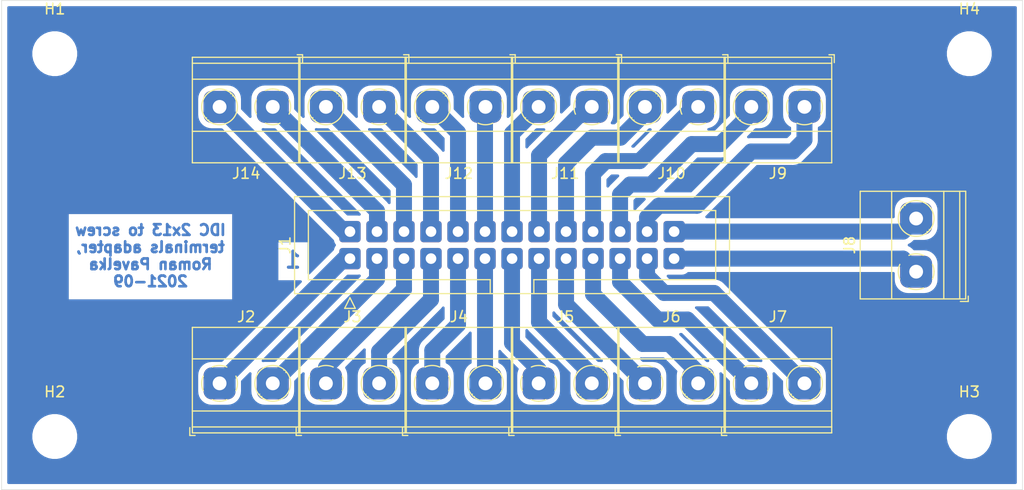
<source format=kicad_pcb>
(kicad_pcb (version 20171130) (host pcbnew 5.1.10-88a1d61d58~90~ubuntu20.04.1)

  (general
    (thickness 1.6)
    (drawings 10)
    (tracks 79)
    (zones 0)
    (modules 18)
    (nets 27)
  )

  (page A4)
  (layers
    (0 F.Cu signal)
    (31 B.Cu signal)
    (32 B.Adhes user)
    (33 F.Adhes user)
    (34 B.Paste user)
    (35 F.Paste user)
    (36 B.SilkS user)
    (37 F.SilkS user)
    (38 B.Mask user)
    (39 F.Mask user)
    (40 Dwgs.User user)
    (41 Cmts.User user)
    (42 Eco1.User user)
    (43 Eco2.User user)
    (44 Edge.Cuts user)
    (45 Margin user)
    (46 B.CrtYd user)
    (47 F.CrtYd user)
    (48 B.Fab user)
    (49 F.Fab user)
  )

  (setup
    (last_trace_width 1.5)
    (user_trace_width 1.5)
    (trace_clearance 0.4)
    (zone_clearance 0.508)
    (zone_45_only no)
    (trace_min 0.2)
    (via_size 0.8)
    (via_drill 0.4)
    (via_min_size 0.4)
    (via_min_drill 0.3)
    (uvia_size 0.3)
    (uvia_drill 0.1)
    (uvias_allowed no)
    (uvia_min_size 0.2)
    (uvia_min_drill 0.1)
    (edge_width 0.05)
    (segment_width 0.2)
    (pcb_text_width 0.3)
    (pcb_text_size 1.5 1.5)
    (mod_edge_width 0.12)
    (mod_text_size 1 1)
    (mod_text_width 0.15)
    (pad_size 3 3)
    (pad_drill 1.3)
    (pad_to_mask_clearance 0)
    (aux_axis_origin 0 0)
    (visible_elements FFFFFF7F)
    (pcbplotparams
      (layerselection 0x00000_7fffffff)
      (usegerberextensions false)
      (usegerberattributes true)
      (usegerberadvancedattributes true)
      (creategerberjobfile true)
      (excludeedgelayer false)
      (linewidth 0.100000)
      (plotframeref false)
      (viasonmask false)
      (mode 1)
      (useauxorigin false)
      (hpglpennumber 1)
      (hpglpenspeed 20)
      (hpglpendiameter 15.000000)
      (psnegative false)
      (psa4output false)
      (plotreference false)
      (plotvalue false)
      (plotinvisibletext false)
      (padsonsilk true)
      (subtractmaskfromsilk false)
      (outputformat 2)
      (mirror false)
      (drillshape 0)
      (scaleselection 1)
      (outputdirectory ""))
  )

  (net 0 "")
  (net 1 /26)
  (net 2 /24)
  (net 3 /22)
  (net 4 /20)
  (net 5 /18)
  (net 6 /16)
  (net 7 /14)
  (net 8 /12)
  (net 9 /10)
  (net 10 /8)
  (net 11 /6)
  (net 12 /4)
  (net 13 /2)
  (net 14 /25)
  (net 15 /23)
  (net 16 /21)
  (net 17 /19)
  (net 18 /17)
  (net 19 /15)
  (net 20 /13)
  (net 21 /11)
  (net 22 /9)
  (net 23 /7)
  (net 24 /5)
  (net 25 /3)
  (net 26 /1)

  (net_class Default "This is the default net class."
    (clearance 0.4)
    (trace_width 0.25)
    (via_dia 0.8)
    (via_drill 0.4)
    (uvia_dia 0.3)
    (uvia_drill 0.1)
    (add_net /1)
    (add_net /10)
    (add_net /11)
    (add_net /12)
    (add_net /13)
    (add_net /14)
    (add_net /15)
    (add_net /16)
    (add_net /17)
    (add_net /18)
    (add_net /19)
    (add_net /2)
    (add_net /20)
    (add_net /21)
    (add_net /22)
    (add_net /23)
    (add_net /24)
    (add_net /25)
    (add_net /26)
    (add_net /3)
    (add_net /4)
    (add_net /5)
    (add_net /6)
    (add_net /7)
    (add_net /8)
    (add_net /9)
  )

  (module Connector_IDC:IDC-Header_2x13_P2.54mm_Vertical_altenrative_numbering (layer F.Cu) (tedit 61325565) (tstamp 613298D1)
    (at 148 97 90)
    (descr "Through hole IDC box header, 2x13, 2.54mm pitch, DIN 41651 / IEC 60603-13, double rows, https://docs.google.com/spreadsheets/d/16SsEcesNF15N3Lb4niX7dcUr-NY5_MFPQhobNuNppn4/edit#gid=0")
    (tags "Through hole vertical IDC box header THT 2x13 2.54mm double row")
    (path /61324F41)
    (fp_text reference J1 (at 0 -21.34 90) (layer F.SilkS)
      (effects (font (size 1 1) (thickness 0.15)))
    )
    (fp_text value Conn_02x13_Top_Bottom (at 0 21.34 90) (layer F.Fab)
      (effects (font (size 1 1) (thickness 0.15)))
    )
    (fp_line (start 4.95 -20.84) (end -4.95 -20.84) (layer F.CrtYd) (width 0.05))
    (fp_line (start 4.95 20.84) (end 4.95 -20.84) (layer F.CrtYd) (width 0.05))
    (fp_line (start -4.95 20.84) (end 4.95 20.84) (layer F.CrtYd) (width 0.05))
    (fp_line (start -4.95 -20.84) (end -4.95 20.84) (layer F.CrtYd) (width 0.05))
    (fp_line (start -5.95 -14.74) (end -4.95 -15.24) (layer F.SilkS) (width 0.12))
    (fp_line (start -5.95 -15.74) (end -5.95 -14.74) (layer F.SilkS) (width 0.12))
    (fp_line (start -4.95 -15.24) (end -5.95 -15.74) (layer F.SilkS) (width 0.12))
    (fp_line (start -3.25 2.05) (end -4.56 2.05) (layer F.SilkS) (width 0.12))
    (fp_line (start -3.25 2.05) (end -3.25 2.05) (layer F.SilkS) (width 0.12))
    (fp_line (start -3.25 19.15) (end -3.25 2.05) (layer F.SilkS) (width 0.12))
    (fp_line (start 3.25 19.15) (end -3.25 19.15) (layer F.SilkS) (width 0.12))
    (fp_line (start 3.25 -19.15) (end 3.25 19.15) (layer F.SilkS) (width 0.12))
    (fp_line (start -3.25 -19.15) (end 3.25 -19.15) (layer F.SilkS) (width 0.12))
    (fp_line (start -3.25 -2.05) (end -3.25 -19.15) (layer F.SilkS) (width 0.12))
    (fp_line (start -4.56 -2.05) (end -3.25 -2.05) (layer F.SilkS) (width 0.12))
    (fp_line (start -4.56 20.45) (end -4.56 -20.45) (layer F.SilkS) (width 0.12))
    (fp_line (start 4.56 20.45) (end -4.56 20.45) (layer F.SilkS) (width 0.12))
    (fp_line (start 4.56 -20.45) (end 4.56 20.45) (layer F.SilkS) (width 0.12))
    (fp_line (start -4.56 -20.45) (end 4.56 -20.45) (layer F.SilkS) (width 0.12))
    (fp_line (start -3.25 2.05) (end -4.45 2.05) (layer F.Fab) (width 0.1))
    (fp_line (start -3.25 2.05) (end -3.25 2.05) (layer F.Fab) (width 0.1))
    (fp_line (start -3.25 19.15) (end -3.25 2.05) (layer F.Fab) (width 0.1))
    (fp_line (start 3.25 19.15) (end -3.25 19.15) (layer F.Fab) (width 0.1))
    (fp_line (start 3.25 -19.15) (end 3.25 19.15) (layer F.Fab) (width 0.1))
    (fp_line (start -3.25 -19.15) (end 3.25 -19.15) (layer F.Fab) (width 0.1))
    (fp_line (start -3.25 -2.05) (end -3.25 -19.15) (layer F.Fab) (width 0.1))
    (fp_line (start -4.45 -2.05) (end -3.25 -2.05) (layer F.Fab) (width 0.1))
    (fp_line (start -4.45 20.34) (end -4.45 -19.34) (layer F.Fab) (width 0.1))
    (fp_line (start 4.45 20.34) (end -4.45 20.34) (layer F.Fab) (width 0.1))
    (fp_line (start 4.45 -20.34) (end 4.45 20.34) (layer F.Fab) (width 0.1))
    (fp_line (start -3.45 -20.34) (end 4.45 -20.34) (layer F.Fab) (width 0.1))
    (fp_line (start -4.45 -19.34) (end -3.45 -20.34) (layer F.Fab) (width 0.1))
    (fp_text user %R (at 0.508 2.032) (layer F.Fab) hide
      (effects (font (size 1 1) (thickness 0.15)))
    )
    (pad 26 thru_hole roundrect (at 1.27 15.24 90) (size 2 2) (drill 1) (layers *.Mask B.Cu) (roundrect_rratio 0.147)
      (net 1 /26))
    (pad 25 thru_hole roundrect (at 1.27 12.7 90) (size 2 2) (drill 1) (layers *.Mask B.Cu) (roundrect_rratio 0.147)
      (net 14 /25))
    (pad 24 thru_hole roundrect (at 1.27 10.16 90) (size 2 2) (drill 1) (layers *.Mask B.Cu) (roundrect_rratio 0.147)
      (net 2 /24))
    (pad 23 thru_hole roundrect (at 1.27 7.62 90) (size 2 2) (drill 1) (layers *.Mask B.Cu) (roundrect_rratio 0.147)
      (net 15 /23))
    (pad 22 thru_hole roundrect (at 1.27 5.08 90) (size 2 2) (drill 1) (layers *.Mask B.Cu) (roundrect_rratio 0.147)
      (net 3 /22))
    (pad 21 thru_hole roundrect (at 1.27 2.54 90) (size 2 2) (drill 1) (layers *.Mask B.Cu) (roundrect_rratio 0.147)
      (net 16 /21))
    (pad 20 thru_hole roundrect (at 1.27 0 90) (size 2 2) (drill 1) (layers *.Mask B.Cu) (roundrect_rratio 0.147)
      (net 4 /20))
    (pad 19 thru_hole roundrect (at 1.27 -2.54 90) (size 2 2) (drill 1) (layers *.Mask B.Cu) (roundrect_rratio 0.147)
      (net 17 /19))
    (pad 18 thru_hole roundrect (at 1.27 -5.08 90) (size 2 2) (drill 1) (layers *.Mask B.Cu) (roundrect_rratio 0.147)
      (net 5 /18))
    (pad 17 thru_hole roundrect (at 1.27 -7.62 90) (size 2 2) (drill 1) (layers *.Mask B.Cu) (roundrect_rratio 0.147)
      (net 18 /17))
    (pad 16 thru_hole roundrect (at 1.27 -10.16 90) (size 2 2) (drill 1) (layers *.Mask B.Cu) (roundrect_rratio 0.147)
      (net 6 /16))
    (pad 15 thru_hole roundrect (at 1.27 -12.7 90) (size 2 2) (drill 1) (layers *.Mask B.Cu) (roundrect_rratio 0.147)
      (net 19 /15))
    (pad 14 thru_hole roundrect (at 1.27 -15.24 90) (size 2 2) (drill 1) (layers *.Mask B.Cu) (roundrect_rratio 0.147)
      (net 7 /14))
    (pad 13 thru_hole roundrect (at -1.27 15.24 90) (size 2 2) (drill 1) (layers *.Mask B.Cu) (roundrect_rratio 0.147)
      (net 20 /13))
    (pad 12 thru_hole roundrect (at -1.27 12.7 90) (size 2 2) (drill 1) (layers *.Mask B.Cu) (roundrect_rratio 0.147)
      (net 8 /12))
    (pad 11 thru_hole roundrect (at -1.27 10.16 90) (size 2 2) (drill 1) (layers *.Mask B.Cu) (roundrect_rratio 0.147)
      (net 21 /11))
    (pad 10 thru_hole roundrect (at -1.27 7.62 90) (size 2 2) (drill 1) (layers *.Mask B.Cu) (roundrect_rratio 0.147)
      (net 9 /10))
    (pad 9 thru_hole roundrect (at -1.27 5.08 90) (size 2 2) (drill 1) (layers *.Mask B.Cu) (roundrect_rratio 0.147)
      (net 22 /9))
    (pad 8 thru_hole roundrect (at -1.27 2.54 90) (size 2 2) (drill 1) (layers *.Mask B.Cu) (roundrect_rratio 0.147)
      (net 10 /8))
    (pad 7 thru_hole roundrect (at -1.27 0 90) (size 2 2) (drill 1) (layers *.Mask B.Cu) (roundrect_rratio 0.147)
      (net 23 /7))
    (pad 6 thru_hole roundrect (at -1.27 -2.54 90) (size 2 2) (drill 1) (layers *.Mask B.Cu) (roundrect_rratio 0.147)
      (net 11 /6))
    (pad 5 thru_hole roundrect (at -1.27 -5.08 90) (size 2 2) (drill 1) (layers *.Mask B.Cu) (roundrect_rratio 0.147)
      (net 24 /5))
    (pad 4 thru_hole roundrect (at -1.27 -7.62 90) (size 2 2) (drill 1) (layers *.Mask B.Cu) (roundrect_rratio 0.147)
      (net 12 /4))
    (pad 3 thru_hole roundrect (at -1.27 -10.16 90) (size 2 2) (drill 1) (layers *.Mask B.Cu) (roundrect_rratio 0.147)
      (net 25 /3))
    (pad 2 thru_hole roundrect (at -1.27 -12.7 90) (size 2 2) (drill 1) (layers *.Mask B.Cu) (roundrect_rratio 0.147)
      (net 13 /2))
    (pad 1 thru_hole roundrect (at -1.27 -15.24 90) (size 2 2) (drill 1) (layers *.Mask B.Cu) (roundrect_rratio 0.147)
      (net 26 /1))
    (model ${KISYS3DMOD}/Connector_IDC.3dshapes/IDC-Header_2x13_P2.54mm_Vertical.wrl
      (offset (xyz -1.254 15.254 0))
      (scale (xyz 1 1 1))
      (rotate (xyz 0 0 0))
    )
  )

  (module TerminalBlock_Phoenix:TerminalBlock_Phoenix_MKDS-1,5-2_1x02_P5.00mm_Horizontal (layer F.Cu) (tedit 5B294EE5) (tstamp 61323F9D)
    (at 125.5 84 180)
    (descr "Terminal Block Phoenix MKDS-1,5-2, 2 pins, pitch 5mm, size 10x9.8mm^2, drill diamater 1.3mm, pad diameter 2.6mm, see http://www.farnell.com/datasheets/100425.pdf, script-generated using https://github.com/pointhi/kicad-footprint-generator/scripts/TerminalBlock_Phoenix")
    (tags "THT Terminal Block Phoenix MKDS-1,5-2 pitch 5mm size 10x9.8mm^2 drill 1.3mm pad 2.6mm")
    (path /6132F1EC)
    (fp_text reference J14 (at 2.5 -6.26) (layer F.SilkS)
      (effects (font (size 1 1) (thickness 0.15)))
    )
    (fp_text value Screw_Terminal_01x02 (at 2.5 5.66) (layer F.Fab)
      (effects (font (size 1 1) (thickness 0.15)))
    )
    (fp_line (start 8 -5.71) (end -3 -5.71) (layer F.CrtYd) (width 0.05))
    (fp_line (start 8 5.1) (end 8 -5.71) (layer F.CrtYd) (width 0.05))
    (fp_line (start -3 5.1) (end 8 5.1) (layer F.CrtYd) (width 0.05))
    (fp_line (start -3 -5.71) (end -3 5.1) (layer F.CrtYd) (width 0.05))
    (fp_line (start -2.8 4.9) (end -2.3 4.9) (layer F.SilkS) (width 0.12))
    (fp_line (start -2.8 4.16) (end -2.8 4.9) (layer F.SilkS) (width 0.12))
    (fp_line (start 3.773 1.023) (end 3.726 1.069) (layer F.SilkS) (width 0.12))
    (fp_line (start 6.07 -1.275) (end 6.035 -1.239) (layer F.SilkS) (width 0.12))
    (fp_line (start 3.966 1.239) (end 3.931 1.274) (layer F.SilkS) (width 0.12))
    (fp_line (start 6.275 -1.069) (end 6.228 -1.023) (layer F.SilkS) (width 0.12))
    (fp_line (start 5.955 -1.138) (end 3.863 0.955) (layer F.Fab) (width 0.1))
    (fp_line (start 6.138 -0.955) (end 4.046 1.138) (layer F.Fab) (width 0.1))
    (fp_line (start 0.955 -1.138) (end -1.138 0.955) (layer F.Fab) (width 0.1))
    (fp_line (start 1.138 -0.955) (end -0.955 1.138) (layer F.Fab) (width 0.1))
    (fp_line (start 7.56 -5.261) (end 7.56 4.66) (layer F.SilkS) (width 0.12))
    (fp_line (start -2.56 -5.261) (end -2.56 4.66) (layer F.SilkS) (width 0.12))
    (fp_line (start -2.56 4.66) (end 7.56 4.66) (layer F.SilkS) (width 0.12))
    (fp_line (start -2.56 -5.261) (end 7.56 -5.261) (layer F.SilkS) (width 0.12))
    (fp_line (start -2.56 -2.301) (end 7.56 -2.301) (layer F.SilkS) (width 0.12))
    (fp_line (start -2.5 -2.3) (end 7.5 -2.3) (layer F.Fab) (width 0.1))
    (fp_line (start -2.56 2.6) (end 7.56 2.6) (layer F.SilkS) (width 0.12))
    (fp_line (start -2.5 2.6) (end 7.5 2.6) (layer F.Fab) (width 0.1))
    (fp_line (start -2.56 4.1) (end 7.56 4.1) (layer F.SilkS) (width 0.12))
    (fp_line (start -2.5 4.1) (end 7.5 4.1) (layer F.Fab) (width 0.1))
    (fp_line (start -2.5 4.1) (end -2.5 -5.2) (layer F.Fab) (width 0.1))
    (fp_line (start -2 4.6) (end -2.5 4.1) (layer F.Fab) (width 0.1))
    (fp_line (start 7.5 4.6) (end -2 4.6) (layer F.Fab) (width 0.1))
    (fp_line (start 7.5 -5.2) (end 7.5 4.6) (layer F.Fab) (width 0.1))
    (fp_line (start -2.5 -5.2) (end 7.5 -5.2) (layer F.Fab) (width 0.1))
    (fp_circle (center 5 0) (end 6.68 0) (layer F.SilkS) (width 0.12))
    (fp_circle (center 5 0) (end 6.5 0) (layer F.Fab) (width 0.1))
    (fp_circle (center 0 0) (end 1.5 0) (layer F.Fab) (width 0.1))
    (fp_text user %R (at 2.5 3.2) (layer F.Fab)
      (effects (font (size 1 1) (thickness 0.15)))
    )
    (fp_arc (start 0 0) (end -0.684 1.535) (angle -25) (layer F.SilkS) (width 0.12))
    (fp_arc (start 0 0) (end -1.535 -0.684) (angle -48) (layer F.SilkS) (width 0.12))
    (fp_arc (start 0 0) (end 0.684 -1.535) (angle -48) (layer F.SilkS) (width 0.12))
    (fp_arc (start 0 0) (end 1.535 0.684) (angle -48) (layer F.SilkS) (width 0.12))
    (fp_arc (start 0 0) (end 0 1.68) (angle -24) (layer F.SilkS) (width 0.12))
    (pad 2 thru_hole roundrect (at 5 0 180) (size 3 3) (drill 1.3) (layers *.Mask B.Cu) (roundrect_rratio 0.25)
      (net 7 /14))
    (pad 1 thru_hole roundrect (at 0 0 180) (size 3 3) (drill 1.3) (layers *.Mask B.Cu) (roundrect_rratio 0.25)
      (net 19 /15))
    (model ${KISYS3DMOD}/TerminalBlock_Phoenix.3dshapes/TerminalBlock_Phoenix_MKDS-1,5-2_1x02_P5.00mm_Horizontal.wrl
      (at (xyz 0 0 0))
      (scale (xyz 1 1 1))
      (rotate (xyz 0 0 0))
    )
  )

  (module TerminalBlock_Phoenix:TerminalBlock_Phoenix_MKDS-1,5-2_1x02_P5.00mm_Horizontal (layer F.Cu) (tedit 5B294EE5) (tstamp 61323F71)
    (at 135.5 84 180)
    (descr "Terminal Block Phoenix MKDS-1,5-2, 2 pins, pitch 5mm, size 10x9.8mm^2, drill diamater 1.3mm, pad diameter 2.6mm, see http://www.farnell.com/datasheets/100425.pdf, script-generated using https://github.com/pointhi/kicad-footprint-generator/scripts/TerminalBlock_Phoenix")
    (tags "THT Terminal Block Phoenix MKDS-1,5-2 pitch 5mm size 10x9.8mm^2 drill 1.3mm pad 2.6mm")
    (path /6132D518)
    (fp_text reference J13 (at 2.5 -6.26) (layer F.SilkS)
      (effects (font (size 1 1) (thickness 0.15)))
    )
    (fp_text value Screw_Terminal_01x02 (at 2.5 5.66) (layer F.Fab)
      (effects (font (size 1 1) (thickness 0.15)))
    )
    (fp_line (start 8 -5.71) (end -3 -5.71) (layer F.CrtYd) (width 0.05))
    (fp_line (start 8 5.1) (end 8 -5.71) (layer F.CrtYd) (width 0.05))
    (fp_line (start -3 5.1) (end 8 5.1) (layer F.CrtYd) (width 0.05))
    (fp_line (start -3 -5.71) (end -3 5.1) (layer F.CrtYd) (width 0.05))
    (fp_line (start -2.8 4.9) (end -2.3 4.9) (layer F.SilkS) (width 0.12))
    (fp_line (start -2.8 4.16) (end -2.8 4.9) (layer F.SilkS) (width 0.12))
    (fp_line (start 3.773 1.023) (end 3.726 1.069) (layer F.SilkS) (width 0.12))
    (fp_line (start 6.07 -1.275) (end 6.035 -1.239) (layer F.SilkS) (width 0.12))
    (fp_line (start 3.966 1.239) (end 3.931 1.274) (layer F.SilkS) (width 0.12))
    (fp_line (start 6.275 -1.069) (end 6.228 -1.023) (layer F.SilkS) (width 0.12))
    (fp_line (start 5.955 -1.138) (end 3.863 0.955) (layer F.Fab) (width 0.1))
    (fp_line (start 6.138 -0.955) (end 4.046 1.138) (layer F.Fab) (width 0.1))
    (fp_line (start 0.955 -1.138) (end -1.138 0.955) (layer F.Fab) (width 0.1))
    (fp_line (start 1.138 -0.955) (end -0.955 1.138) (layer F.Fab) (width 0.1))
    (fp_line (start 7.56 -5.261) (end 7.56 4.66) (layer F.SilkS) (width 0.12))
    (fp_line (start -2.56 -5.261) (end -2.56 4.66) (layer F.SilkS) (width 0.12))
    (fp_line (start -2.56 4.66) (end 7.56 4.66) (layer F.SilkS) (width 0.12))
    (fp_line (start -2.56 -5.261) (end 7.56 -5.261) (layer F.SilkS) (width 0.12))
    (fp_line (start -2.56 -2.301) (end 7.56 -2.301) (layer F.SilkS) (width 0.12))
    (fp_line (start -2.5 -2.3) (end 7.5 -2.3) (layer F.Fab) (width 0.1))
    (fp_line (start -2.56 2.6) (end 7.56 2.6) (layer F.SilkS) (width 0.12))
    (fp_line (start -2.5 2.6) (end 7.5 2.6) (layer F.Fab) (width 0.1))
    (fp_line (start -2.56 4.1) (end 7.56 4.1) (layer F.SilkS) (width 0.12))
    (fp_line (start -2.5 4.1) (end 7.5 4.1) (layer F.Fab) (width 0.1))
    (fp_line (start -2.5 4.1) (end -2.5 -5.2) (layer F.Fab) (width 0.1))
    (fp_line (start -2 4.6) (end -2.5 4.1) (layer F.Fab) (width 0.1))
    (fp_line (start 7.5 4.6) (end -2 4.6) (layer F.Fab) (width 0.1))
    (fp_line (start 7.5 -5.2) (end 7.5 4.6) (layer F.Fab) (width 0.1))
    (fp_line (start -2.5 -5.2) (end 7.5 -5.2) (layer F.Fab) (width 0.1))
    (fp_circle (center 5 0) (end 6.68 0) (layer F.SilkS) (width 0.12))
    (fp_circle (center 5 0) (end 6.5 0) (layer F.Fab) (width 0.1))
    (fp_circle (center 0 0) (end 1.5 0) (layer F.Fab) (width 0.1))
    (fp_text user %R (at 2.5 3.2) (layer F.Fab)
      (effects (font (size 1 1) (thickness 0.15)))
    )
    (fp_arc (start 0 0) (end -0.684 1.535) (angle -25) (layer F.SilkS) (width 0.12))
    (fp_arc (start 0 0) (end -1.535 -0.684) (angle -48) (layer F.SilkS) (width 0.12))
    (fp_arc (start 0 0) (end 0.684 -1.535) (angle -48) (layer F.SilkS) (width 0.12))
    (fp_arc (start 0 0) (end 1.535 0.684) (angle -48) (layer F.SilkS) (width 0.12))
    (fp_arc (start 0 0) (end 0 1.68) (angle -24) (layer F.SilkS) (width 0.12))
    (pad 2 thru_hole roundrect (at 5 0 180) (size 3 3) (drill 1.3) (layers *.Mask B.Cu) (roundrect_rratio 0.25)
      (net 6 /16))
    (pad 1 thru_hole roundrect (at 0 0 180) (size 3 3) (drill 1.3) (layers *.Mask B.Cu) (roundrect_rratio 0.25)
      (net 18 /17))
    (model ${KISYS3DMOD}/TerminalBlock_Phoenix.3dshapes/TerminalBlock_Phoenix_MKDS-1,5-2_1x02_P5.00mm_Horizontal.wrl
      (at (xyz 0 0 0))
      (scale (xyz 1 1 1))
      (rotate (xyz 0 0 0))
    )
  )

  (module TerminalBlock_Phoenix:TerminalBlock_Phoenix_MKDS-1,5-2_1x02_P5.00mm_Horizontal (layer F.Cu) (tedit 5B294EE5) (tstamp 61323F45)
    (at 145.5 84 180)
    (descr "Terminal Block Phoenix MKDS-1,5-2, 2 pins, pitch 5mm, size 10x9.8mm^2, drill diamater 1.3mm, pad diameter 2.6mm, see http://www.farnell.com/datasheets/100425.pdf, script-generated using https://github.com/pointhi/kicad-footprint-generator/scripts/TerminalBlock_Phoenix")
    (tags "THT Terminal Block Phoenix MKDS-1,5-2 pitch 5mm size 10x9.8mm^2 drill 1.3mm pad 2.6mm")
    (path /6132D456)
    (fp_text reference J12 (at 2.5 -6.26) (layer F.SilkS)
      (effects (font (size 1 1) (thickness 0.15)))
    )
    (fp_text value Screw_Terminal_01x02 (at 2.5 5.66) (layer F.Fab)
      (effects (font (size 1 1) (thickness 0.15)))
    )
    (fp_line (start 8 -5.71) (end -3 -5.71) (layer F.CrtYd) (width 0.05))
    (fp_line (start 8 5.1) (end 8 -5.71) (layer F.CrtYd) (width 0.05))
    (fp_line (start -3 5.1) (end 8 5.1) (layer F.CrtYd) (width 0.05))
    (fp_line (start -3 -5.71) (end -3 5.1) (layer F.CrtYd) (width 0.05))
    (fp_line (start -2.8 4.9) (end -2.3 4.9) (layer F.SilkS) (width 0.12))
    (fp_line (start -2.8 4.16) (end -2.8 4.9) (layer F.SilkS) (width 0.12))
    (fp_line (start 3.773 1.023) (end 3.726 1.069) (layer F.SilkS) (width 0.12))
    (fp_line (start 6.07 -1.275) (end 6.035 -1.239) (layer F.SilkS) (width 0.12))
    (fp_line (start 3.966 1.239) (end 3.931 1.274) (layer F.SilkS) (width 0.12))
    (fp_line (start 6.275 -1.069) (end 6.228 -1.023) (layer F.SilkS) (width 0.12))
    (fp_line (start 5.955 -1.138) (end 3.863 0.955) (layer F.Fab) (width 0.1))
    (fp_line (start 6.138 -0.955) (end 4.046 1.138) (layer F.Fab) (width 0.1))
    (fp_line (start 0.955 -1.138) (end -1.138 0.955) (layer F.Fab) (width 0.1))
    (fp_line (start 1.138 -0.955) (end -0.955 1.138) (layer F.Fab) (width 0.1))
    (fp_line (start 7.56 -5.261) (end 7.56 4.66) (layer F.SilkS) (width 0.12))
    (fp_line (start -2.56 -5.261) (end -2.56 4.66) (layer F.SilkS) (width 0.12))
    (fp_line (start -2.56 4.66) (end 7.56 4.66) (layer F.SilkS) (width 0.12))
    (fp_line (start -2.56 -5.261) (end 7.56 -5.261) (layer F.SilkS) (width 0.12))
    (fp_line (start -2.56 -2.301) (end 7.56 -2.301) (layer F.SilkS) (width 0.12))
    (fp_line (start -2.5 -2.3) (end 7.5 -2.3) (layer F.Fab) (width 0.1))
    (fp_line (start -2.56 2.6) (end 7.56 2.6) (layer F.SilkS) (width 0.12))
    (fp_line (start -2.5 2.6) (end 7.5 2.6) (layer F.Fab) (width 0.1))
    (fp_line (start -2.56 4.1) (end 7.56 4.1) (layer F.SilkS) (width 0.12))
    (fp_line (start -2.5 4.1) (end 7.5 4.1) (layer F.Fab) (width 0.1))
    (fp_line (start -2.5 4.1) (end -2.5 -5.2) (layer F.Fab) (width 0.1))
    (fp_line (start -2 4.6) (end -2.5 4.1) (layer F.Fab) (width 0.1))
    (fp_line (start 7.5 4.6) (end -2 4.6) (layer F.Fab) (width 0.1))
    (fp_line (start 7.5 -5.2) (end 7.5 4.6) (layer F.Fab) (width 0.1))
    (fp_line (start -2.5 -5.2) (end 7.5 -5.2) (layer F.Fab) (width 0.1))
    (fp_circle (center 5 0) (end 6.68 0) (layer F.SilkS) (width 0.12))
    (fp_circle (center 5 0) (end 6.5 0) (layer F.Fab) (width 0.1))
    (fp_circle (center 0 0) (end 1.5 0) (layer F.Fab) (width 0.1))
    (fp_text user %R (at 2.5 3.2) (layer F.Fab)
      (effects (font (size 1 1) (thickness 0.15)))
    )
    (fp_arc (start 0 0) (end -0.684 1.535) (angle -25) (layer F.SilkS) (width 0.12))
    (fp_arc (start 0 0) (end -1.535 -0.684) (angle -48) (layer F.SilkS) (width 0.12))
    (fp_arc (start 0 0) (end 0.684 -1.535) (angle -48) (layer F.SilkS) (width 0.12))
    (fp_arc (start 0 0) (end 1.535 0.684) (angle -48) (layer F.SilkS) (width 0.12))
    (fp_arc (start 0 0) (end 0 1.68) (angle -24) (layer F.SilkS) (width 0.12))
    (pad 2 thru_hole roundrect (at 5 0 180) (size 3 3) (drill 1.3) (layers *.Mask B.Cu) (roundrect_rratio 0.25)
      (net 5 /18))
    (pad 1 thru_hole roundrect (at 0 0 180) (size 3 3) (drill 1.3) (layers *.Mask B.Cu) (roundrect_rratio 0.25)
      (net 17 /19))
    (model ${KISYS3DMOD}/TerminalBlock_Phoenix.3dshapes/TerminalBlock_Phoenix_MKDS-1,5-2_1x02_P5.00mm_Horizontal.wrl
      (at (xyz 0 0 0))
      (scale (xyz 1 1 1))
      (rotate (xyz 0 0 0))
    )
  )

  (module TerminalBlock_Phoenix:TerminalBlock_Phoenix_MKDS-1,5-2_1x02_P5.00mm_Horizontal (layer F.Cu) (tedit 5B294EE5) (tstamp 61323F19)
    (at 155.5 84 180)
    (descr "Terminal Block Phoenix MKDS-1,5-2, 2 pins, pitch 5mm, size 10x9.8mm^2, drill diamater 1.3mm, pad diameter 2.6mm, see http://www.farnell.com/datasheets/100425.pdf, script-generated using https://github.com/pointhi/kicad-footprint-generator/scripts/TerminalBlock_Phoenix")
    (tags "THT Terminal Block Phoenix MKDS-1,5-2 pitch 5mm size 10x9.8mm^2 drill 1.3mm pad 2.6mm")
    (path /6132B2FA)
    (fp_text reference J11 (at 2.5 -6.26) (layer F.SilkS)
      (effects (font (size 1 1) (thickness 0.15)))
    )
    (fp_text value Screw_Terminal_01x02 (at 2.5 5.66) (layer F.Fab)
      (effects (font (size 1 1) (thickness 0.15)))
    )
    (fp_line (start 8 -5.71) (end -3 -5.71) (layer F.CrtYd) (width 0.05))
    (fp_line (start 8 5.1) (end 8 -5.71) (layer F.CrtYd) (width 0.05))
    (fp_line (start -3 5.1) (end 8 5.1) (layer F.CrtYd) (width 0.05))
    (fp_line (start -3 -5.71) (end -3 5.1) (layer F.CrtYd) (width 0.05))
    (fp_line (start -2.8 4.9) (end -2.3 4.9) (layer F.SilkS) (width 0.12))
    (fp_line (start -2.8 4.16) (end -2.8 4.9) (layer F.SilkS) (width 0.12))
    (fp_line (start 3.773 1.023) (end 3.726 1.069) (layer F.SilkS) (width 0.12))
    (fp_line (start 6.07 -1.275) (end 6.035 -1.239) (layer F.SilkS) (width 0.12))
    (fp_line (start 3.966 1.239) (end 3.931 1.274) (layer F.SilkS) (width 0.12))
    (fp_line (start 6.275 -1.069) (end 6.228 -1.023) (layer F.SilkS) (width 0.12))
    (fp_line (start 5.955 -1.138) (end 3.863 0.955) (layer F.Fab) (width 0.1))
    (fp_line (start 6.138 -0.955) (end 4.046 1.138) (layer F.Fab) (width 0.1))
    (fp_line (start 0.955 -1.138) (end -1.138 0.955) (layer F.Fab) (width 0.1))
    (fp_line (start 1.138 -0.955) (end -0.955 1.138) (layer F.Fab) (width 0.1))
    (fp_line (start 7.56 -5.261) (end 7.56 4.66) (layer F.SilkS) (width 0.12))
    (fp_line (start -2.56 -5.261) (end -2.56 4.66) (layer F.SilkS) (width 0.12))
    (fp_line (start -2.56 4.66) (end 7.56 4.66) (layer F.SilkS) (width 0.12))
    (fp_line (start -2.56 -5.261) (end 7.56 -5.261) (layer F.SilkS) (width 0.12))
    (fp_line (start -2.56 -2.301) (end 7.56 -2.301) (layer F.SilkS) (width 0.12))
    (fp_line (start -2.5 -2.3) (end 7.5 -2.3) (layer F.Fab) (width 0.1))
    (fp_line (start -2.56 2.6) (end 7.56 2.6) (layer F.SilkS) (width 0.12))
    (fp_line (start -2.5 2.6) (end 7.5 2.6) (layer F.Fab) (width 0.1))
    (fp_line (start -2.56 4.1) (end 7.56 4.1) (layer F.SilkS) (width 0.12))
    (fp_line (start -2.5 4.1) (end 7.5 4.1) (layer F.Fab) (width 0.1))
    (fp_line (start -2.5 4.1) (end -2.5 -5.2) (layer F.Fab) (width 0.1))
    (fp_line (start -2 4.6) (end -2.5 4.1) (layer F.Fab) (width 0.1))
    (fp_line (start 7.5 4.6) (end -2 4.6) (layer F.Fab) (width 0.1))
    (fp_line (start 7.5 -5.2) (end 7.5 4.6) (layer F.Fab) (width 0.1))
    (fp_line (start -2.5 -5.2) (end 7.5 -5.2) (layer F.Fab) (width 0.1))
    (fp_circle (center 5 0) (end 6.68 0) (layer F.SilkS) (width 0.12))
    (fp_circle (center 5 0) (end 6.5 0) (layer F.Fab) (width 0.1))
    (fp_circle (center 0 0) (end 1.5 0) (layer F.Fab) (width 0.1))
    (fp_text user %R (at 2.5 3.2) (layer F.Fab)
      (effects (font (size 1 1) (thickness 0.15)))
    )
    (fp_arc (start 0 0) (end -0.684 1.535) (angle -25) (layer F.SilkS) (width 0.12))
    (fp_arc (start 0 0) (end -1.535 -0.684) (angle -48) (layer F.SilkS) (width 0.12))
    (fp_arc (start 0 0) (end 0.684 -1.535) (angle -48) (layer F.SilkS) (width 0.12))
    (fp_arc (start 0 0) (end 1.535 0.684) (angle -48) (layer F.SilkS) (width 0.12))
    (fp_arc (start 0 0) (end 0 1.68) (angle -24) (layer F.SilkS) (width 0.12))
    (pad 2 thru_hole roundrect (at 5 0 180) (size 3 3) (drill 1.3) (layers *.Mask B.Cu) (roundrect_rratio 0.25)
      (net 4 /20))
    (pad 1 thru_hole roundrect (at 0 0 180) (size 3 3) (drill 1.3) (layers *.Mask B.Cu) (roundrect_rratio 0.25)
      (net 16 /21))
    (model ${KISYS3DMOD}/TerminalBlock_Phoenix.3dshapes/TerminalBlock_Phoenix_MKDS-1,5-2_1x02_P5.00mm_Horizontal.wrl
      (at (xyz 0 0 0))
      (scale (xyz 1 1 1))
      (rotate (xyz 0 0 0))
    )
  )

  (module TerminalBlock_Phoenix:TerminalBlock_Phoenix_MKDS-1,5-2_1x02_P5.00mm_Horizontal (layer F.Cu) (tedit 5B294EE5) (tstamp 61323EED)
    (at 165.5 84 180)
    (descr "Terminal Block Phoenix MKDS-1,5-2, 2 pins, pitch 5mm, size 10x9.8mm^2, drill diamater 1.3mm, pad diameter 2.6mm, see http://www.farnell.com/datasheets/100425.pdf, script-generated using https://github.com/pointhi/kicad-footprint-generator/scripts/TerminalBlock_Phoenix")
    (tags "THT Terminal Block Phoenix MKDS-1,5-2 pitch 5mm size 10x9.8mm^2 drill 1.3mm pad 2.6mm")
    (path /61328F65)
    (fp_text reference J10 (at 2.5 -6.26) (layer F.SilkS)
      (effects (font (size 1 1) (thickness 0.15)))
    )
    (fp_text value Screw_Terminal_01x02 (at 2.5 5.66) (layer F.Fab)
      (effects (font (size 1 1) (thickness 0.15)))
    )
    (fp_line (start 8 -5.71) (end -3 -5.71) (layer F.CrtYd) (width 0.05))
    (fp_line (start 8 5.1) (end 8 -5.71) (layer F.CrtYd) (width 0.05))
    (fp_line (start -3 5.1) (end 8 5.1) (layer F.CrtYd) (width 0.05))
    (fp_line (start -3 -5.71) (end -3 5.1) (layer F.CrtYd) (width 0.05))
    (fp_line (start -2.8 4.9) (end -2.3 4.9) (layer F.SilkS) (width 0.12))
    (fp_line (start -2.8 4.16) (end -2.8 4.9) (layer F.SilkS) (width 0.12))
    (fp_line (start 3.773 1.023) (end 3.726 1.069) (layer F.SilkS) (width 0.12))
    (fp_line (start 6.07 -1.275) (end 6.035 -1.239) (layer F.SilkS) (width 0.12))
    (fp_line (start 3.966 1.239) (end 3.931 1.274) (layer F.SilkS) (width 0.12))
    (fp_line (start 6.275 -1.069) (end 6.228 -1.023) (layer F.SilkS) (width 0.12))
    (fp_line (start 5.955 -1.138) (end 3.863 0.955) (layer F.Fab) (width 0.1))
    (fp_line (start 6.138 -0.955) (end 4.046 1.138) (layer F.Fab) (width 0.1))
    (fp_line (start 0.955 -1.138) (end -1.138 0.955) (layer F.Fab) (width 0.1))
    (fp_line (start 1.138 -0.955) (end -0.955 1.138) (layer F.Fab) (width 0.1))
    (fp_line (start 7.56 -5.261) (end 7.56 4.66) (layer F.SilkS) (width 0.12))
    (fp_line (start -2.56 -5.261) (end -2.56 4.66) (layer F.SilkS) (width 0.12))
    (fp_line (start -2.56 4.66) (end 7.56 4.66) (layer F.SilkS) (width 0.12))
    (fp_line (start -2.56 -5.261) (end 7.56 -5.261) (layer F.SilkS) (width 0.12))
    (fp_line (start -2.56 -2.301) (end 7.56 -2.301) (layer F.SilkS) (width 0.12))
    (fp_line (start -2.5 -2.3) (end 7.5 -2.3) (layer F.Fab) (width 0.1))
    (fp_line (start -2.56 2.6) (end 7.56 2.6) (layer F.SilkS) (width 0.12))
    (fp_line (start -2.5 2.6) (end 7.5 2.6) (layer F.Fab) (width 0.1))
    (fp_line (start -2.56 4.1) (end 7.56 4.1) (layer F.SilkS) (width 0.12))
    (fp_line (start -2.5 4.1) (end 7.5 4.1) (layer F.Fab) (width 0.1))
    (fp_line (start -2.5 4.1) (end -2.5 -5.2) (layer F.Fab) (width 0.1))
    (fp_line (start -2 4.6) (end -2.5 4.1) (layer F.Fab) (width 0.1))
    (fp_line (start 7.5 4.6) (end -2 4.6) (layer F.Fab) (width 0.1))
    (fp_line (start 7.5 -5.2) (end 7.5 4.6) (layer F.Fab) (width 0.1))
    (fp_line (start -2.5 -5.2) (end 7.5 -5.2) (layer F.Fab) (width 0.1))
    (fp_circle (center 5 0) (end 6.68 0) (layer F.SilkS) (width 0.12))
    (fp_circle (center 5 0) (end 6.5 0) (layer F.Fab) (width 0.1))
    (fp_circle (center 0 0) (end 1.5 0) (layer F.Fab) (width 0.1))
    (fp_text user %R (at 2.5 3.2) (layer F.Fab)
      (effects (font (size 1 1) (thickness 0.15)))
    )
    (fp_arc (start 0 0) (end -0.684 1.535) (angle -25) (layer F.SilkS) (width 0.12))
    (fp_arc (start 0 0) (end -1.535 -0.684) (angle -48) (layer F.SilkS) (width 0.12))
    (fp_arc (start 0 0) (end 0.684 -1.535) (angle -48) (layer F.SilkS) (width 0.12))
    (fp_arc (start 0 0) (end 1.535 0.684) (angle -48) (layer F.SilkS) (width 0.12))
    (fp_arc (start 0 0) (end 0 1.68) (angle -24) (layer F.SilkS) (width 0.12))
    (pad 2 thru_hole roundrect (at 5 0 180) (size 3 3) (drill 1.3) (layers *.Mask B.Cu) (roundrect_rratio 0.25)
      (net 3 /22))
    (pad 1 thru_hole roundrect (at 0 0 180) (size 3 3) (drill 1.3) (layers *.Mask B.Cu) (roundrect_rratio 0.25)
      (net 15 /23))
    (model ${KISYS3DMOD}/TerminalBlock_Phoenix.3dshapes/TerminalBlock_Phoenix_MKDS-1,5-2_1x02_P5.00mm_Horizontal.wrl
      (at (xyz 0 0 0))
      (scale (xyz 1 1 1))
      (rotate (xyz 0 0 0))
    )
  )

  (module TerminalBlock_Phoenix:TerminalBlock_Phoenix_MKDS-1,5-2_1x02_P5.00mm_Horizontal (layer F.Cu) (tedit 5B294EE5) (tstamp 61329E3B)
    (at 175.5 84 180)
    (descr "Terminal Block Phoenix MKDS-1,5-2, 2 pins, pitch 5mm, size 10x9.8mm^2, drill diamater 1.3mm, pad diameter 2.6mm, see http://www.farnell.com/datasheets/100425.pdf, script-generated using https://github.com/pointhi/kicad-footprint-generator/scripts/TerminalBlock_Phoenix")
    (tags "THT Terminal Block Phoenix MKDS-1,5-2 pitch 5mm size 10x9.8mm^2 drill 1.3mm pad 2.6mm")
    (path /6132F2F2)
    (fp_text reference J9 (at 2.5 -6.26) (layer F.SilkS)
      (effects (font (size 1 1) (thickness 0.15)))
    )
    (fp_text value Screw_Terminal_01x02 (at 2.5 5.66) (layer F.Fab)
      (effects (font (size 1 1) (thickness 0.15)))
    )
    (fp_line (start 8 -5.71) (end -3 -5.71) (layer F.CrtYd) (width 0.05))
    (fp_line (start 8 5.1) (end 8 -5.71) (layer F.CrtYd) (width 0.05))
    (fp_line (start -3 5.1) (end 8 5.1) (layer F.CrtYd) (width 0.05))
    (fp_line (start -3 -5.71) (end -3 5.1) (layer F.CrtYd) (width 0.05))
    (fp_line (start -2.8 4.9) (end -2.3 4.9) (layer F.SilkS) (width 0.12))
    (fp_line (start -2.8 4.16) (end -2.8 4.9) (layer F.SilkS) (width 0.12))
    (fp_line (start 3.773 1.023) (end 3.726 1.069) (layer F.SilkS) (width 0.12))
    (fp_line (start 6.07 -1.275) (end 6.035 -1.239) (layer F.SilkS) (width 0.12))
    (fp_line (start 3.966 1.239) (end 3.931 1.274) (layer F.SilkS) (width 0.12))
    (fp_line (start 6.275 -1.069) (end 6.228 -1.023) (layer F.SilkS) (width 0.12))
    (fp_line (start 5.955 -1.138) (end 3.863 0.955) (layer F.Fab) (width 0.1))
    (fp_line (start 6.138 -0.955) (end 4.046 1.138) (layer F.Fab) (width 0.1))
    (fp_line (start 0.955 -1.138) (end -1.138 0.955) (layer F.Fab) (width 0.1))
    (fp_line (start 1.138 -0.955) (end -0.955 1.138) (layer F.Fab) (width 0.1))
    (fp_line (start 7.56 -5.261) (end 7.56 4.66) (layer F.SilkS) (width 0.12))
    (fp_line (start -2.56 -5.261) (end -2.56 4.66) (layer F.SilkS) (width 0.12))
    (fp_line (start -2.56 4.66) (end 7.56 4.66) (layer F.SilkS) (width 0.12))
    (fp_line (start -2.56 -5.261) (end 7.56 -5.261) (layer F.SilkS) (width 0.12))
    (fp_line (start -2.56 -2.301) (end 7.56 -2.301) (layer F.SilkS) (width 0.12))
    (fp_line (start -2.5 -2.3) (end 7.5 -2.3) (layer F.Fab) (width 0.1))
    (fp_line (start -2.56 2.6) (end 7.56 2.6) (layer F.SilkS) (width 0.12))
    (fp_line (start -2.5 2.6) (end 7.5 2.6) (layer F.Fab) (width 0.1))
    (fp_line (start -2.56 4.1) (end 7.56 4.1) (layer F.SilkS) (width 0.12))
    (fp_line (start -2.5 4.1) (end 7.5 4.1) (layer F.Fab) (width 0.1))
    (fp_line (start -2.5 4.1) (end -2.5 -5.2) (layer F.Fab) (width 0.1))
    (fp_line (start -2 4.6) (end -2.5 4.1) (layer F.Fab) (width 0.1))
    (fp_line (start 7.5 4.6) (end -2 4.6) (layer F.Fab) (width 0.1))
    (fp_line (start 7.5 -5.2) (end 7.5 4.6) (layer F.Fab) (width 0.1))
    (fp_line (start -2.5 -5.2) (end 7.5 -5.2) (layer F.Fab) (width 0.1))
    (fp_circle (center 5 0) (end 6.68 0) (layer F.SilkS) (width 0.12))
    (fp_circle (center 5 0) (end 6.5 0) (layer F.Fab) (width 0.1))
    (fp_circle (center 0 0) (end 1.5 0) (layer F.Fab) (width 0.1))
    (fp_text user %R (at 2.5 3.2) (layer F.Fab)
      (effects (font (size 1 1) (thickness 0.15)))
    )
    (fp_arc (start 0 0) (end -0.684 1.535) (angle -25) (layer F.SilkS) (width 0.12))
    (fp_arc (start 0 0) (end -1.535 -0.684) (angle -48) (layer F.SilkS) (width 0.12))
    (fp_arc (start 0 0) (end 0.684 -1.535) (angle -48) (layer F.SilkS) (width 0.12))
    (fp_arc (start 0 0) (end 1.535 0.684) (angle -48) (layer F.SilkS) (width 0.12))
    (fp_arc (start 0 0) (end 0 1.68) (angle -24) (layer F.SilkS) (width 0.12))
    (pad 2 thru_hole roundrect (at 5 0 180) (size 3 3) (drill 1.3) (layers *.Mask B.Cu) (roundrect_rratio 0.25)
      (net 2 /24))
    (pad 1 thru_hole roundrect (at 0 0 180) (size 3 3) (drill 1.3) (layers *.Mask B.Cu) (roundrect_rratio 0.25)
      (net 14 /25))
    (model ${KISYS3DMOD}/TerminalBlock_Phoenix.3dshapes/TerminalBlock_Phoenix_MKDS-1,5-2_1x02_P5.00mm_Horizontal.wrl
      (at (xyz 0 0 0))
      (scale (xyz 1 1 1))
      (rotate (xyz 0 0 0))
    )
  )

  (module TerminalBlock_Phoenix:TerminalBlock_Phoenix_MKDS-1,5-2_1x02_P5.00mm_Horizontal locked (layer F.Cu) (tedit 5B294EE5) (tstamp 61323E95)
    (at 186 99.5 90)
    (descr "Terminal Block Phoenix MKDS-1,5-2, 2 pins, pitch 5mm, size 10x9.8mm^2, drill diamater 1.3mm, pad diameter 2.6mm, see http://www.farnell.com/datasheets/100425.pdf, script-generated using https://github.com/pointhi/kicad-footprint-generator/scripts/TerminalBlock_Phoenix")
    (tags "THT Terminal Block Phoenix MKDS-1,5-2 pitch 5mm size 10x9.8mm^2 drill 1.3mm pad 2.6mm")
    (path /6132F2E8)
    (fp_text reference J8 (at 2.5 -6.26 90) (layer F.SilkS)
      (effects (font (size 1 1) (thickness 0.15)))
    )
    (fp_text value Screw_Terminal_01x02 (at 2.5 5.66 90) (layer F.Fab)
      (effects (font (size 1 1) (thickness 0.15)))
    )
    (fp_line (start 8 -5.71) (end -3 -5.71) (layer F.CrtYd) (width 0.05))
    (fp_line (start 8 5.1) (end 8 -5.71) (layer F.CrtYd) (width 0.05))
    (fp_line (start -3 5.1) (end 8 5.1) (layer F.CrtYd) (width 0.05))
    (fp_line (start -3 -5.71) (end -3 5.1) (layer F.CrtYd) (width 0.05))
    (fp_line (start -2.8 4.9) (end -2.3 4.9) (layer F.SilkS) (width 0.12))
    (fp_line (start -2.8 4.16) (end -2.8 4.9) (layer F.SilkS) (width 0.12))
    (fp_line (start 3.773 1.023) (end 3.726 1.069) (layer F.SilkS) (width 0.12))
    (fp_line (start 6.07 -1.275) (end 6.035 -1.239) (layer F.SilkS) (width 0.12))
    (fp_line (start 3.966 1.239) (end 3.931 1.274) (layer F.SilkS) (width 0.12))
    (fp_line (start 6.275 -1.069) (end 6.228 -1.023) (layer F.SilkS) (width 0.12))
    (fp_line (start 5.955 -1.138) (end 3.863 0.955) (layer F.Fab) (width 0.1))
    (fp_line (start 6.138 -0.955) (end 4.046 1.138) (layer F.Fab) (width 0.1))
    (fp_line (start 0.955 -1.138) (end -1.138 0.955) (layer F.Fab) (width 0.1))
    (fp_line (start 1.138 -0.955) (end -0.955 1.138) (layer F.Fab) (width 0.1))
    (fp_line (start 7.56 -5.261) (end 7.56 4.66) (layer F.SilkS) (width 0.12))
    (fp_line (start -2.56 -5.261) (end -2.56 4.66) (layer F.SilkS) (width 0.12))
    (fp_line (start -2.56 4.66) (end 7.56 4.66) (layer F.SilkS) (width 0.12))
    (fp_line (start -2.56 -5.261) (end 7.56 -5.261) (layer F.SilkS) (width 0.12))
    (fp_line (start -2.56 -2.301) (end 7.56 -2.301) (layer F.SilkS) (width 0.12))
    (fp_line (start -2.5 -2.3) (end 7.5 -2.3) (layer F.Fab) (width 0.1))
    (fp_line (start -2.56 2.6) (end 7.56 2.6) (layer F.SilkS) (width 0.12))
    (fp_line (start -2.5 2.6) (end 7.5 2.6) (layer F.Fab) (width 0.1))
    (fp_line (start -2.56 4.1) (end 7.56 4.1) (layer F.SilkS) (width 0.12))
    (fp_line (start -2.5 4.1) (end 7.5 4.1) (layer F.Fab) (width 0.1))
    (fp_line (start -2.5 4.1) (end -2.5 -5.2) (layer F.Fab) (width 0.1))
    (fp_line (start -2 4.6) (end -2.5 4.1) (layer F.Fab) (width 0.1))
    (fp_line (start 7.5 4.6) (end -2 4.6) (layer F.Fab) (width 0.1))
    (fp_line (start 7.5 -5.2) (end 7.5 4.6) (layer F.Fab) (width 0.1))
    (fp_line (start -2.5 -5.2) (end 7.5 -5.2) (layer F.Fab) (width 0.1))
    (fp_circle (center 5 0) (end 6.68 0) (layer F.SilkS) (width 0.12))
    (fp_circle (center 5 0) (end 6.5 0) (layer F.Fab) (width 0.1))
    (fp_circle (center 0 0) (end 1.5 0) (layer F.Fab) (width 0.1))
    (fp_text user %R (at 2.5 3.2 90) (layer F.Fab)
      (effects (font (size 1 1) (thickness 0.15)))
    )
    (fp_arc (start 0 0) (end -0.684 1.535) (angle -25) (layer F.SilkS) (width 0.12))
    (fp_arc (start 0 0) (end -1.535 -0.684) (angle -48) (layer F.SilkS) (width 0.12))
    (fp_arc (start 0 0) (end 0.684 -1.535) (angle -48) (layer F.SilkS) (width 0.12))
    (fp_arc (start 0 0) (end 1.535 0.684) (angle -48) (layer F.SilkS) (width 0.12))
    (fp_arc (start 0 0) (end 0 1.68) (angle -24) (layer F.SilkS) (width 0.12))
    (pad 2 thru_hole roundrect (at 5 0 90) (size 3 3) (drill 1.3) (layers *.Mask B.Cu) (roundrect_rratio 0.25)
      (net 1 /26))
    (pad 1 thru_hole roundrect (at 0 0 90) (size 3 3) (drill 1.3) (layers *.Mask B.Cu) (roundrect_rratio 0.25)
      (net 20 /13))
    (model ${KISYS3DMOD}/TerminalBlock_Phoenix.3dshapes/TerminalBlock_Phoenix_MKDS-1,5-2_1x02_P5.00mm_Horizontal.wrl
      (at (xyz 0 0 0))
      (scale (xyz 1 1 1))
      (rotate (xyz 0 0 0))
    )
  )

  (module TerminalBlock_Phoenix:TerminalBlock_Phoenix_MKDS-1,5-2_1x02_P5.00mm_Horizontal (layer F.Cu) (tedit 613255A0) (tstamp 61323E69)
    (at 170.5 110)
    (descr "Terminal Block Phoenix MKDS-1,5-2, 2 pins, pitch 5mm, size 10x9.8mm^2, drill diamater 1.3mm, pad diameter 2.6mm, see http://www.farnell.com/datasheets/100425.pdf, script-generated using https://github.com/pointhi/kicad-footprint-generator/scripts/TerminalBlock_Phoenix")
    (tags "THT Terminal Block Phoenix MKDS-1,5-2 pitch 5mm size 10x9.8mm^2 drill 1.3mm pad 2.6mm")
    (path /6132F2DE)
    (fp_text reference J7 (at 2.5 -6.26) (layer F.SilkS)
      (effects (font (size 1 1) (thickness 0.15)))
    )
    (fp_text value Screw_Terminal_01x02 (at 2.5 5.66) (layer F.Fab)
      (effects (font (size 1 1) (thickness 0.15)))
    )
    (fp_line (start 8 -5.71) (end -3 -5.71) (layer F.CrtYd) (width 0.05))
    (fp_line (start 8 5.1) (end 8 -5.71) (layer F.CrtYd) (width 0.05))
    (fp_line (start -3 5.1) (end 8 5.1) (layer F.CrtYd) (width 0.05))
    (fp_line (start -3 -5.71) (end -3 5.1) (layer F.CrtYd) (width 0.05))
    (fp_line (start -2.8 4.9) (end -2.3 4.9) (layer F.SilkS) (width 0.12))
    (fp_line (start -2.8 4.16) (end -2.8 4.9) (layer F.SilkS) (width 0.12))
    (fp_line (start 3.773 1.023) (end 3.726 1.069) (layer F.SilkS) (width 0.12))
    (fp_line (start 6.07 -1.275) (end 6.035 -1.239) (layer F.SilkS) (width 0.12))
    (fp_line (start 3.966 1.239) (end 3.931 1.274) (layer F.SilkS) (width 0.12))
    (fp_line (start 6.275 -1.069) (end 6.228 -1.023) (layer F.SilkS) (width 0.12))
    (fp_line (start 5.955 -1.138) (end 3.863 0.955) (layer F.Fab) (width 0.1))
    (fp_line (start 6.138 -0.955) (end 4.046 1.138) (layer F.Fab) (width 0.1))
    (fp_line (start 0.955 -1.138) (end -1.138 0.955) (layer F.Fab) (width 0.1))
    (fp_line (start 1.138 -0.955) (end -0.955 1.138) (layer F.Fab) (width 0.1))
    (fp_line (start 7.56 -5.261) (end 7.56 4.66) (layer F.SilkS) (width 0.12))
    (fp_line (start -2.56 -5.261) (end -2.56 4.66) (layer F.SilkS) (width 0.12))
    (fp_line (start -2.56 4.66) (end 7.56 4.66) (layer F.SilkS) (width 0.12))
    (fp_line (start -2.56 -5.261) (end 7.56 -5.261) (layer F.SilkS) (width 0.12))
    (fp_line (start -2.56 -2.301) (end 7.56 -2.301) (layer F.SilkS) (width 0.12))
    (fp_line (start -2.5 -2.3) (end 7.5 -2.3) (layer F.Fab) (width 0.1))
    (fp_line (start -2.56 2.6) (end 7.56 2.6) (layer F.SilkS) (width 0.12))
    (fp_line (start -2.5 2.6) (end 7.5 2.6) (layer F.Fab) (width 0.1))
    (fp_line (start -2.56 4.1) (end 7.56 4.1) (layer F.SilkS) (width 0.12))
    (fp_line (start -2.5 4.1) (end 7.5 4.1) (layer F.Fab) (width 0.1))
    (fp_line (start -2.5 4.1) (end -2.5 -5.2) (layer F.Fab) (width 0.1))
    (fp_line (start -2 4.6) (end -2.5 4.1) (layer F.Fab) (width 0.1))
    (fp_line (start 7.5 4.6) (end -2 4.6) (layer F.Fab) (width 0.1))
    (fp_line (start 7.5 -5.2) (end 7.5 4.6) (layer F.Fab) (width 0.1))
    (fp_line (start -2.5 -5.2) (end 7.5 -5.2) (layer F.Fab) (width 0.1))
    (fp_circle (center 5 0) (end 6.68 0) (layer F.SilkS) (width 0.12))
    (fp_circle (center 5 0) (end 6.5 0) (layer F.Fab) (width 0.1))
    (fp_circle (center 0 0) (end 1.5 0) (layer F.Fab) (width 0.1))
    (fp_text user %R (at 2.5 3.2) (layer F.Fab)
      (effects (font (size 1 1) (thickness 0.15)))
    )
    (fp_arc (start 0 0) (end -0.684 1.535) (angle -25) (layer F.SilkS) (width 0.12))
    (fp_arc (start 0 0) (end -1.535 -0.684) (angle -48) (layer F.SilkS) (width 0.12))
    (fp_arc (start 0 0) (end 0.684 -1.535) (angle -48) (layer F.SilkS) (width 0.12))
    (fp_arc (start 0 0) (end 1.535 0.684) (angle -48) (layer F.SilkS) (width 0.12))
    (fp_arc (start 0 0) (end 0 1.68) (angle -24) (layer F.SilkS) (width 0.12))
    (pad 2 thru_hole roundrect (at 5 0) (size 3 3) (drill 1.3) (layers *.Mask B.Cu) (roundrect_rratio 0.25)
      (net 8 /12))
    (pad 1 thru_hole roundrect (at 0 0) (size 3 3) (drill 1.3) (layers *.Mask B.Cu) (roundrect_rratio 0.25)
      (net 21 /11))
    (model ${KISYS3DMOD}/TerminalBlock_Phoenix.3dshapes/TerminalBlock_Phoenix_MKDS-1,5-2_1x02_P5.00mm_Horizontal.wrl
      (at (xyz 0 0 0))
      (scale (xyz 1 1 1))
      (rotate (xyz 0 0 0))
    )
  )

  (module TerminalBlock_Phoenix:TerminalBlock_Phoenix_MKDS-1,5-2_1x02_P5.00mm_Horizontal (layer F.Cu) (tedit 5B294EE5) (tstamp 61323E3D)
    (at 160.5 110)
    (descr "Terminal Block Phoenix MKDS-1,5-2, 2 pins, pitch 5mm, size 10x9.8mm^2, drill diamater 1.3mm, pad diameter 2.6mm, see http://www.farnell.com/datasheets/100425.pdf, script-generated using https://github.com/pointhi/kicad-footprint-generator/scripts/TerminalBlock_Phoenix")
    (tags "THT Terminal Block Phoenix MKDS-1,5-2 pitch 5mm size 10x9.8mm^2 drill 1.3mm pad 2.6mm")
    (path /61348106)
    (fp_text reference J6 (at 2.5 -6.26) (layer F.SilkS)
      (effects (font (size 1 1) (thickness 0.15)))
    )
    (fp_text value Screw_Terminal_01x02 (at 2.5 5.66) (layer F.Fab)
      (effects (font (size 1 1) (thickness 0.15)))
    )
    (fp_line (start 8 -5.71) (end -3 -5.71) (layer F.CrtYd) (width 0.05))
    (fp_line (start 8 5.1) (end 8 -5.71) (layer F.CrtYd) (width 0.05))
    (fp_line (start -3 5.1) (end 8 5.1) (layer F.CrtYd) (width 0.05))
    (fp_line (start -3 -5.71) (end -3 5.1) (layer F.CrtYd) (width 0.05))
    (fp_line (start -2.8 4.9) (end -2.3 4.9) (layer F.SilkS) (width 0.12))
    (fp_line (start -2.8 4.16) (end -2.8 4.9) (layer F.SilkS) (width 0.12))
    (fp_line (start 3.773 1.023) (end 3.726 1.069) (layer F.SilkS) (width 0.12))
    (fp_line (start 6.07 -1.275) (end 6.035 -1.239) (layer F.SilkS) (width 0.12))
    (fp_line (start 3.966 1.239) (end 3.931 1.274) (layer F.SilkS) (width 0.12))
    (fp_line (start 6.275 -1.069) (end 6.228 -1.023) (layer F.SilkS) (width 0.12))
    (fp_line (start 5.955 -1.138) (end 3.863 0.955) (layer F.Fab) (width 0.1))
    (fp_line (start 6.138 -0.955) (end 4.046 1.138) (layer F.Fab) (width 0.1))
    (fp_line (start 0.955 -1.138) (end -1.138 0.955) (layer F.Fab) (width 0.1))
    (fp_line (start 1.138 -0.955) (end -0.955 1.138) (layer F.Fab) (width 0.1))
    (fp_line (start 7.56 -5.261) (end 7.56 4.66) (layer F.SilkS) (width 0.12))
    (fp_line (start -2.56 -5.261) (end -2.56 4.66) (layer F.SilkS) (width 0.12))
    (fp_line (start -2.56 4.66) (end 7.56 4.66) (layer F.SilkS) (width 0.12))
    (fp_line (start -2.56 -5.261) (end 7.56 -5.261) (layer F.SilkS) (width 0.12))
    (fp_line (start -2.56 -2.301) (end 7.56 -2.301) (layer F.SilkS) (width 0.12))
    (fp_line (start -2.5 -2.3) (end 7.5 -2.3) (layer F.Fab) (width 0.1))
    (fp_line (start -2.56 2.6) (end 7.56 2.6) (layer F.SilkS) (width 0.12))
    (fp_line (start -2.5 2.6) (end 7.5 2.6) (layer F.Fab) (width 0.1))
    (fp_line (start -2.56 4.1) (end 7.56 4.1) (layer F.SilkS) (width 0.12))
    (fp_line (start -2.5 4.1) (end 7.5 4.1) (layer F.Fab) (width 0.1))
    (fp_line (start -2.5 4.1) (end -2.5 -5.2) (layer F.Fab) (width 0.1))
    (fp_line (start -2 4.6) (end -2.5 4.1) (layer F.Fab) (width 0.1))
    (fp_line (start 7.5 4.6) (end -2 4.6) (layer F.Fab) (width 0.1))
    (fp_line (start 7.5 -5.2) (end 7.5 4.6) (layer F.Fab) (width 0.1))
    (fp_line (start -2.5 -5.2) (end 7.5 -5.2) (layer F.Fab) (width 0.1))
    (fp_circle (center 5 0) (end 6.68 0) (layer F.SilkS) (width 0.12))
    (fp_circle (center 5 0) (end 6.5 0) (layer F.Fab) (width 0.1))
    (fp_circle (center 0 0) (end 1.5 0) (layer F.Fab) (width 0.1))
    (fp_text user %R (at 2.5 3.2) (layer F.Fab)
      (effects (font (size 1 1) (thickness 0.15)))
    )
    (fp_arc (start 0 0) (end -0.684 1.535) (angle -25) (layer F.SilkS) (width 0.12))
    (fp_arc (start 0 0) (end -1.535 -0.684) (angle -48) (layer F.SilkS) (width 0.12))
    (fp_arc (start 0 0) (end 0.684 -1.535) (angle -48) (layer F.SilkS) (width 0.12))
    (fp_arc (start 0 0) (end 1.535 0.684) (angle -48) (layer F.SilkS) (width 0.12))
    (fp_arc (start 0 0) (end 0 1.68) (angle -24) (layer F.SilkS) (width 0.12))
    (pad 2 thru_hole roundrect (at 5 0) (size 3 3) (drill 1.3) (layers *.Mask B.Cu) (roundrect_rratio 0.25)
      (net 9 /10))
    (pad 1 thru_hole roundrect (at 0 0) (size 3 3) (drill 1.3) (layers *.Mask B.Cu) (roundrect_rratio 0.25)
      (net 22 /9))
    (model ${KISYS3DMOD}/TerminalBlock_Phoenix.3dshapes/TerminalBlock_Phoenix_MKDS-1,5-2_1x02_P5.00mm_Horizontal.wrl
      (at (xyz 0 0 0))
      (scale (xyz 1 1 1))
      (rotate (xyz 0 0 0))
    )
  )

  (module TerminalBlock_Phoenix:TerminalBlock_Phoenix_MKDS-1,5-2_1x02_P5.00mm_Horizontal (layer F.Cu) (tedit 5B294EE5) (tstamp 61323E11)
    (at 150.5 110)
    (descr "Terminal Block Phoenix MKDS-1,5-2, 2 pins, pitch 5mm, size 10x9.8mm^2, drill diamater 1.3mm, pad diameter 2.6mm, see http://www.farnell.com/datasheets/100425.pdf, script-generated using https://github.com/pointhi/kicad-footprint-generator/scripts/TerminalBlock_Phoenix")
    (tags "THT Terminal Block Phoenix MKDS-1,5-2 pitch 5mm size 10x9.8mm^2 drill 1.3mm pad 2.6mm")
    (path /613480FC)
    (fp_text reference J5 (at 2.5 -6.26) (layer F.SilkS)
      (effects (font (size 1 1) (thickness 0.15)))
    )
    (fp_text value Screw_Terminal_01x02 (at 2.5 5.66) (layer F.Fab)
      (effects (font (size 1 1) (thickness 0.15)))
    )
    (fp_line (start 8 -5.71) (end -3 -5.71) (layer F.CrtYd) (width 0.05))
    (fp_line (start 8 5.1) (end 8 -5.71) (layer F.CrtYd) (width 0.05))
    (fp_line (start -3 5.1) (end 8 5.1) (layer F.CrtYd) (width 0.05))
    (fp_line (start -3 -5.71) (end -3 5.1) (layer F.CrtYd) (width 0.05))
    (fp_line (start -2.8 4.9) (end -2.3 4.9) (layer F.SilkS) (width 0.12))
    (fp_line (start -2.8 4.16) (end -2.8 4.9) (layer F.SilkS) (width 0.12))
    (fp_line (start 3.773 1.023) (end 3.726 1.069) (layer F.SilkS) (width 0.12))
    (fp_line (start 6.07 -1.275) (end 6.035 -1.239) (layer F.SilkS) (width 0.12))
    (fp_line (start 3.966 1.239) (end 3.931 1.274) (layer F.SilkS) (width 0.12))
    (fp_line (start 6.275 -1.069) (end 6.228 -1.023) (layer F.SilkS) (width 0.12))
    (fp_line (start 5.955 -1.138) (end 3.863 0.955) (layer F.Fab) (width 0.1))
    (fp_line (start 6.138 -0.955) (end 4.046 1.138) (layer F.Fab) (width 0.1))
    (fp_line (start 0.955 -1.138) (end -1.138 0.955) (layer F.Fab) (width 0.1))
    (fp_line (start 1.138 -0.955) (end -0.955 1.138) (layer F.Fab) (width 0.1))
    (fp_line (start 7.56 -5.261) (end 7.56 4.66) (layer F.SilkS) (width 0.12))
    (fp_line (start -2.56 -5.261) (end -2.56 4.66) (layer F.SilkS) (width 0.12))
    (fp_line (start -2.56 4.66) (end 7.56 4.66) (layer F.SilkS) (width 0.12))
    (fp_line (start -2.56 -5.261) (end 7.56 -5.261) (layer F.SilkS) (width 0.12))
    (fp_line (start -2.56 -2.301) (end 7.56 -2.301) (layer F.SilkS) (width 0.12))
    (fp_line (start -2.5 -2.3) (end 7.5 -2.3) (layer F.Fab) (width 0.1))
    (fp_line (start -2.56 2.6) (end 7.56 2.6) (layer F.SilkS) (width 0.12))
    (fp_line (start -2.5 2.6) (end 7.5 2.6) (layer F.Fab) (width 0.1))
    (fp_line (start -2.56 4.1) (end 7.56 4.1) (layer F.SilkS) (width 0.12))
    (fp_line (start -2.5 4.1) (end 7.5 4.1) (layer F.Fab) (width 0.1))
    (fp_line (start -2.5 4.1) (end -2.5 -5.2) (layer F.Fab) (width 0.1))
    (fp_line (start -2 4.6) (end -2.5 4.1) (layer F.Fab) (width 0.1))
    (fp_line (start 7.5 4.6) (end -2 4.6) (layer F.Fab) (width 0.1))
    (fp_line (start 7.5 -5.2) (end 7.5 4.6) (layer F.Fab) (width 0.1))
    (fp_line (start -2.5 -5.2) (end 7.5 -5.2) (layer F.Fab) (width 0.1))
    (fp_circle (center 5 0) (end 6.68 0) (layer F.SilkS) (width 0.12))
    (fp_circle (center 5 0) (end 6.5 0) (layer F.Fab) (width 0.1))
    (fp_circle (center 0 0) (end 1.5 0) (layer F.Fab) (width 0.1))
    (fp_text user %R (at 2.5 3.2) (layer F.Fab)
      (effects (font (size 1 1) (thickness 0.15)))
    )
    (fp_arc (start 0 0) (end -0.684 1.535) (angle -25) (layer F.SilkS) (width 0.12))
    (fp_arc (start 0 0) (end -1.535 -0.684) (angle -48) (layer F.SilkS) (width 0.12))
    (fp_arc (start 0 0) (end 0.684 -1.535) (angle -48) (layer F.SilkS) (width 0.12))
    (fp_arc (start 0 0) (end 1.535 0.684) (angle -48) (layer F.SilkS) (width 0.12))
    (fp_arc (start 0 0) (end 0 1.68) (angle -24) (layer F.SilkS) (width 0.12))
    (pad 2 thru_hole roundrect (at 5 0) (size 3 3) (drill 1.3) (layers *.Mask B.Cu) (roundrect_rratio 0.25)
      (net 10 /8))
    (pad 1 thru_hole roundrect (at 0 0) (size 3 3) (drill 1.3) (layers *.Mask B.Cu) (roundrect_rratio 0.25)
      (net 23 /7))
    (model ${KISYS3DMOD}/TerminalBlock_Phoenix.3dshapes/TerminalBlock_Phoenix_MKDS-1,5-2_1x02_P5.00mm_Horizontal.wrl
      (at (xyz 0 0 0))
      (scale (xyz 1 1 1))
      (rotate (xyz 0 0 0))
    )
  )

  (module TerminalBlock_Phoenix:TerminalBlock_Phoenix_MKDS-1,5-2_1x02_P5.00mm_Horizontal (layer F.Cu) (tedit 61324C28) (tstamp 61323DE5)
    (at 140.5 110)
    (descr "Terminal Block Phoenix MKDS-1,5-2, 2 pins, pitch 5mm, size 10x9.8mm^2, drill diamater 1.3mm, pad diameter 2.6mm, see http://www.farnell.com/datasheets/100425.pdf, script-generated using https://github.com/pointhi/kicad-footprint-generator/scripts/TerminalBlock_Phoenix")
    (tags "THT Terminal Block Phoenix MKDS-1,5-2 pitch 5mm size 10x9.8mm^2 drill 1.3mm pad 2.6mm")
    (path /613480F2)
    (fp_text reference J4 (at 2.5 -6.26) (layer F.SilkS)
      (effects (font (size 1 1) (thickness 0.15)))
    )
    (fp_text value Screw_Terminal_01x02 (at 2.5 5.66) (layer F.Fab)
      (effects (font (size 1 1) (thickness 0.15)))
    )
    (fp_line (start 8 -5.71) (end -3 -5.71) (layer F.CrtYd) (width 0.05))
    (fp_line (start 8 5.1) (end 8 -5.71) (layer F.CrtYd) (width 0.05))
    (fp_line (start -3 5.1) (end 8 5.1) (layer F.CrtYd) (width 0.05))
    (fp_line (start -3 -5.71) (end -3 5.1) (layer F.CrtYd) (width 0.05))
    (fp_line (start -2.8 4.9) (end -2.3 4.9) (layer F.SilkS) (width 0.12))
    (fp_line (start -2.8 4.16) (end -2.8 4.9) (layer F.SilkS) (width 0.12))
    (fp_line (start 3.773 1.023) (end 3.726 1.069) (layer F.SilkS) (width 0.12))
    (fp_line (start 6.07 -1.275) (end 6.035 -1.239) (layer F.SilkS) (width 0.12))
    (fp_line (start 3.966 1.239) (end 3.931 1.274) (layer F.SilkS) (width 0.12))
    (fp_line (start 6.275 -1.069) (end 6.228 -1.023) (layer F.SilkS) (width 0.12))
    (fp_line (start 5.955 -1.138) (end 3.863 0.955) (layer F.Fab) (width 0.1))
    (fp_line (start 6.138 -0.955) (end 4.046 1.138) (layer F.Fab) (width 0.1))
    (fp_line (start 0.955 -1.138) (end -1.138 0.955) (layer F.Fab) (width 0.1))
    (fp_line (start 1.138 -0.955) (end -0.955 1.138) (layer F.Fab) (width 0.1))
    (fp_line (start 7.56 -5.261) (end 7.56 4.66) (layer F.SilkS) (width 0.12))
    (fp_line (start -2.56 -5.261) (end -2.56 4.66) (layer F.SilkS) (width 0.12))
    (fp_line (start -2.56 4.66) (end 7.56 4.66) (layer F.SilkS) (width 0.12))
    (fp_line (start -2.56 -5.261) (end 7.56 -5.261) (layer F.SilkS) (width 0.12))
    (fp_line (start -2.56 -2.301) (end 7.56 -2.301) (layer F.SilkS) (width 0.12))
    (fp_line (start -2.5 -2.3) (end 7.5 -2.3) (layer F.Fab) (width 0.1))
    (fp_line (start -2.56 2.6) (end 7.56 2.6) (layer F.SilkS) (width 0.12))
    (fp_line (start -2.5 2.6) (end 7.5 2.6) (layer F.Fab) (width 0.1))
    (fp_line (start -2.56 4.1) (end 7.56 4.1) (layer F.SilkS) (width 0.12))
    (fp_line (start -2.5 4.1) (end 7.5 4.1) (layer F.Fab) (width 0.1))
    (fp_line (start -2.5 4.1) (end -2.5 -5.2) (layer F.Fab) (width 0.1))
    (fp_line (start -2 4.6) (end -2.5 4.1) (layer F.Fab) (width 0.1))
    (fp_line (start 7.5 4.6) (end -2 4.6) (layer F.Fab) (width 0.1))
    (fp_line (start 7.5 -5.2) (end 7.5 4.6) (layer F.Fab) (width 0.1))
    (fp_line (start -2.5 -5.2) (end 7.5 -5.2) (layer F.Fab) (width 0.1))
    (fp_circle (center 5 0) (end 6.68 0) (layer F.SilkS) (width 0.12))
    (fp_circle (center 5 0) (end 6.5 0) (layer F.Fab) (width 0.1))
    (fp_circle (center 0 0) (end 1.5 0) (layer F.Fab) (width 0.1))
    (fp_text user %R (at 2.5 3.2) (layer F.Fab)
      (effects (font (size 1 1) (thickness 0.15)))
    )
    (fp_arc (start 0 0) (end -0.684 1.535) (angle -25) (layer F.SilkS) (width 0.12))
    (fp_arc (start 0 0) (end -1.535 -0.684) (angle -48) (layer F.SilkS) (width 0.12))
    (fp_arc (start 0 0) (end 0.684 -1.535) (angle -48) (layer F.SilkS) (width 0.12))
    (fp_arc (start 0 0) (end 1.535 0.684) (angle -48) (layer F.SilkS) (width 0.12))
    (fp_arc (start 0 0) (end 0 1.68) (angle -24) (layer F.SilkS) (width 0.12))
    (pad 2 thru_hole roundrect (at 5 0) (size 3 3) (drill 1.3) (layers *.Mask B.Cu) (roundrect_rratio 0.25)
      (net 11 /6))
    (pad 1 thru_hole roundrect (at 0 0) (size 3 3) (drill 1.3) (layers *.Mask B.Cu) (roundrect_rratio 0.25)
      (net 24 /5))
    (model ${KISYS3DMOD}/TerminalBlock_Phoenix.3dshapes/TerminalBlock_Phoenix_MKDS-1,5-2_1x02_P5.00mm_Horizontal.wrl
      (at (xyz 0 0 0))
      (scale (xyz 1 1 1))
      (rotate (xyz 0 0 0))
    )
  )

  (module TerminalBlock_Phoenix:TerminalBlock_Phoenix_MKDS-1,5-2_1x02_P5.00mm_Horizontal (layer F.Cu) (tedit 5B294EE5) (tstamp 61329D8E)
    (at 130.5 110)
    (descr "Terminal Block Phoenix MKDS-1,5-2, 2 pins, pitch 5mm, size 10x9.8mm^2, drill diamater 1.3mm, pad diameter 2.6mm, see http://www.farnell.com/datasheets/100425.pdf, script-generated using https://github.com/pointhi/kicad-footprint-generator/scripts/TerminalBlock_Phoenix")
    (tags "THT Terminal Block Phoenix MKDS-1,5-2 pitch 5mm size 10x9.8mm^2 drill 1.3mm pad 2.6mm")
    (path /613480E8)
    (fp_text reference J3 (at 2.5 -6.26) (layer F.SilkS)
      (effects (font (size 1 1) (thickness 0.15)))
    )
    (fp_text value Screw_Terminal_01x02 (at 2.5 5.66) (layer F.Fab)
      (effects (font (size 1 1) (thickness 0.15)))
    )
    (fp_line (start 8 -5.71) (end -3 -5.71) (layer F.CrtYd) (width 0.05))
    (fp_line (start 8 5.1) (end 8 -5.71) (layer F.CrtYd) (width 0.05))
    (fp_line (start -3 5.1) (end 8 5.1) (layer F.CrtYd) (width 0.05))
    (fp_line (start -3 -5.71) (end -3 5.1) (layer F.CrtYd) (width 0.05))
    (fp_line (start -2.8 4.9) (end -2.3 4.9) (layer F.SilkS) (width 0.12))
    (fp_line (start -2.8 4.16) (end -2.8 4.9) (layer F.SilkS) (width 0.12))
    (fp_line (start 3.773 1.023) (end 3.726 1.069) (layer F.SilkS) (width 0.12))
    (fp_line (start 6.07 -1.275) (end 6.035 -1.239) (layer F.SilkS) (width 0.12))
    (fp_line (start 3.966 1.239) (end 3.931 1.274) (layer F.SilkS) (width 0.12))
    (fp_line (start 6.275 -1.069) (end 6.228 -1.023) (layer F.SilkS) (width 0.12))
    (fp_line (start 5.955 -1.138) (end 3.863 0.955) (layer F.Fab) (width 0.1))
    (fp_line (start 6.138 -0.955) (end 4.046 1.138) (layer F.Fab) (width 0.1))
    (fp_line (start 0.955 -1.138) (end -1.138 0.955) (layer F.Fab) (width 0.1))
    (fp_line (start 1.138 -0.955) (end -0.955 1.138) (layer F.Fab) (width 0.1))
    (fp_line (start 7.56 -5.261) (end 7.56 4.66) (layer F.SilkS) (width 0.12))
    (fp_line (start -2.56 -5.261) (end -2.56 4.66) (layer F.SilkS) (width 0.12))
    (fp_line (start -2.56 4.66) (end 7.56 4.66) (layer F.SilkS) (width 0.12))
    (fp_line (start -2.56 -5.261) (end 7.56 -5.261) (layer F.SilkS) (width 0.12))
    (fp_line (start -2.56 -2.301) (end 7.56 -2.301) (layer F.SilkS) (width 0.12))
    (fp_line (start -2.5 -2.3) (end 7.5 -2.3) (layer F.Fab) (width 0.1))
    (fp_line (start -2.56 2.6) (end 7.56 2.6) (layer F.SilkS) (width 0.12))
    (fp_line (start -2.5 2.6) (end 7.5 2.6) (layer F.Fab) (width 0.1))
    (fp_line (start -2.56 4.1) (end 7.56 4.1) (layer F.SilkS) (width 0.12))
    (fp_line (start -2.5 4.1) (end 7.5 4.1) (layer F.Fab) (width 0.1))
    (fp_line (start -2.5 4.1) (end -2.5 -5.2) (layer F.Fab) (width 0.1))
    (fp_line (start -2 4.6) (end -2.5 4.1) (layer F.Fab) (width 0.1))
    (fp_line (start 7.5 4.6) (end -2 4.6) (layer F.Fab) (width 0.1))
    (fp_line (start 7.5 -5.2) (end 7.5 4.6) (layer F.Fab) (width 0.1))
    (fp_line (start -2.5 -5.2) (end 7.5 -5.2) (layer F.Fab) (width 0.1))
    (fp_circle (center 5 0) (end 6.68 0) (layer F.SilkS) (width 0.12))
    (fp_circle (center 5 0) (end 6.5 0) (layer F.Fab) (width 0.1))
    (fp_circle (center 0 0) (end 1.5 0) (layer F.Fab) (width 0.1))
    (fp_text user %R (at 2.5 3.2) (layer F.Fab)
      (effects (font (size 1 1) (thickness 0.15)))
    )
    (fp_arc (start 0 0) (end -0.684 1.535) (angle -25) (layer F.SilkS) (width 0.12))
    (fp_arc (start 0 0) (end -1.535 -0.684) (angle -48) (layer F.SilkS) (width 0.12))
    (fp_arc (start 0 0) (end 0.684 -1.535) (angle -48) (layer F.SilkS) (width 0.12))
    (fp_arc (start 0 0) (end 1.535 0.684) (angle -48) (layer F.SilkS) (width 0.12))
    (fp_arc (start 0 0) (end 0 1.68) (angle -24) (layer F.SilkS) (width 0.12))
    (pad 2 thru_hole roundrect (at 5 0) (size 3 3) (drill 1.3) (layers *.Mask B.Cu) (roundrect_rratio 0.25)
      (net 12 /4))
    (pad 1 thru_hole roundrect (at 0 0) (size 3 3) (drill 1.3) (layers *.Mask B.Cu) (roundrect_rratio 0.25)
      (net 25 /3))
    (model ${KISYS3DMOD}/TerminalBlock_Phoenix.3dshapes/TerminalBlock_Phoenix_MKDS-1,5-2_1x02_P5.00mm_Horizontal.wrl
      (at (xyz 0 0 0))
      (scale (xyz 1 1 1))
      (rotate (xyz 0 0 0))
    )
  )

  (module TerminalBlock_Phoenix:TerminalBlock_Phoenix_MKDS-1,5-2_1x02_P5.00mm_Horizontal (layer F.Cu) (tedit 5B294EE5) (tstamp 61323D8D)
    (at 120.5 110)
    (descr "Terminal Block Phoenix MKDS-1,5-2, 2 pins, pitch 5mm, size 10x9.8mm^2, drill diamater 1.3mm, pad diameter 2.6mm, see http://www.farnell.com/datasheets/100425.pdf, script-generated using https://github.com/pointhi/kicad-footprint-generator/scripts/TerminalBlock_Phoenix")
    (tags "THT Terminal Block Phoenix MKDS-1,5-2 pitch 5mm size 10x9.8mm^2 drill 1.3mm pad 2.6mm")
    (path /61347F76)
    (fp_text reference J2 (at 2.5 -6.26) (layer F.SilkS)
      (effects (font (size 1 1) (thickness 0.15)))
    )
    (fp_text value Screw_Terminal_01x02 (at 2.5 5.66) (layer F.Fab)
      (effects (font (size 1 1) (thickness 0.15)))
    )
    (fp_line (start 8 -5.71) (end -3 -5.71) (layer F.CrtYd) (width 0.05))
    (fp_line (start 8 5.1) (end 8 -5.71) (layer F.CrtYd) (width 0.05))
    (fp_line (start -3 5.1) (end 8 5.1) (layer F.CrtYd) (width 0.05))
    (fp_line (start -3 -5.71) (end -3 5.1) (layer F.CrtYd) (width 0.05))
    (fp_line (start -2.8 4.9) (end -2.3 4.9) (layer F.SilkS) (width 0.12))
    (fp_line (start -2.8 4.16) (end -2.8 4.9) (layer F.SilkS) (width 0.12))
    (fp_line (start 3.773 1.023) (end 3.726 1.069) (layer F.SilkS) (width 0.12))
    (fp_line (start 6.07 -1.275) (end 6.035 -1.239) (layer F.SilkS) (width 0.12))
    (fp_line (start 3.966 1.239) (end 3.931 1.274) (layer F.SilkS) (width 0.12))
    (fp_line (start 6.275 -1.069) (end 6.228 -1.023) (layer F.SilkS) (width 0.12))
    (fp_line (start 5.955 -1.138) (end 3.863 0.955) (layer F.Fab) (width 0.1))
    (fp_line (start 6.138 -0.955) (end 4.046 1.138) (layer F.Fab) (width 0.1))
    (fp_line (start 0.955 -1.138) (end -1.138 0.955) (layer F.Fab) (width 0.1))
    (fp_line (start 1.138 -0.955) (end -0.955 1.138) (layer F.Fab) (width 0.1))
    (fp_line (start 7.56 -5.261) (end 7.56 4.66) (layer F.SilkS) (width 0.12))
    (fp_line (start -2.56 -5.261) (end -2.56 4.66) (layer F.SilkS) (width 0.12))
    (fp_line (start -2.56 4.66) (end 7.56 4.66) (layer F.SilkS) (width 0.12))
    (fp_line (start -2.56 -5.261) (end 7.56 -5.261) (layer F.SilkS) (width 0.12))
    (fp_line (start -2.56 -2.301) (end 7.56 -2.301) (layer F.SilkS) (width 0.12))
    (fp_line (start -2.5 -2.3) (end 7.5 -2.3) (layer F.Fab) (width 0.1))
    (fp_line (start -2.56 2.6) (end 7.56 2.6) (layer F.SilkS) (width 0.12))
    (fp_line (start -2.5 2.6) (end 7.5 2.6) (layer F.Fab) (width 0.1))
    (fp_line (start -2.56 4.1) (end 7.56 4.1) (layer F.SilkS) (width 0.12))
    (fp_line (start -2.5 4.1) (end 7.5 4.1) (layer F.Fab) (width 0.1))
    (fp_line (start -2.5 4.1) (end -2.5 -5.2) (layer F.Fab) (width 0.1))
    (fp_line (start -2 4.6) (end -2.5 4.1) (layer F.Fab) (width 0.1))
    (fp_line (start 7.5 4.6) (end -2 4.6) (layer F.Fab) (width 0.1))
    (fp_line (start 7.5 -5.2) (end 7.5 4.6) (layer F.Fab) (width 0.1))
    (fp_line (start -2.5 -5.2) (end 7.5 -5.2) (layer F.Fab) (width 0.1))
    (fp_circle (center 5 0) (end 6.68 0) (layer F.SilkS) (width 0.12))
    (fp_circle (center 5 0) (end 6.5 0) (layer F.Fab) (width 0.1))
    (fp_circle (center 0 0) (end 1.5 0) (layer F.Fab) (width 0.1))
    (fp_text user %R (at 2.5 3.2) (layer F.Fab)
      (effects (font (size 1 1) (thickness 0.15)))
    )
    (fp_arc (start 0 0) (end -0.684 1.535) (angle -25) (layer F.SilkS) (width 0.12))
    (fp_arc (start 0 0) (end -1.535 -0.684) (angle -48) (layer F.SilkS) (width 0.12))
    (fp_arc (start 0 0) (end 0.684 -1.535) (angle -48) (layer F.SilkS) (width 0.12))
    (fp_arc (start 0 0) (end 1.535 0.684) (angle -48) (layer F.SilkS) (width 0.12))
    (fp_arc (start 0 0) (end 0 1.68) (angle -24) (layer F.SilkS) (width 0.12))
    (pad 2 thru_hole roundrect (at 5 0) (size 3 3) (drill 1.3) (layers *.Mask B.Cu) (roundrect_rratio 0.25)
      (net 13 /2))
    (pad 1 thru_hole roundrect (at 0 0) (size 3 3) (drill 1.3) (layers *.Mask B.Cu) (roundrect_rratio 0.25)
      (net 26 /1))
    (model ${KISYS3DMOD}/TerminalBlock_Phoenix.3dshapes/TerminalBlock_Phoenix_MKDS-1,5-2_1x02_P5.00mm_Horizontal.wrl
      (at (xyz 0 0 0))
      (scale (xyz 1 1 1))
      (rotate (xyz 0 0 0))
    )
  )

  (module MountingHole:MountingHole_3.2mm_M3 (layer F.Cu) (tedit 56D1B4CB) (tstamp 61329CFE)
    (at 191 79)
    (descr "Mounting Hole 3.2mm, no annular, M3")
    (tags "mounting hole 3.2mm no annular m3")
    (path /61323FB9)
    (attr virtual)
    (fp_text reference H4 (at 0 -4.2) (layer F.SilkS)
      (effects (font (size 1 1) (thickness 0.15)))
    )
    (fp_text value MountingHole (at 0 4.2) (layer F.Fab)
      (effects (font (size 1 1) (thickness 0.15)))
    )
    (fp_circle (center 0 0) (end 3.45 0) (layer F.CrtYd) (width 0.05))
    (fp_circle (center 0 0) (end 3.2 0) (layer Cmts.User) (width 0.15))
    (fp_text user %R (at 0.3 0) (layer F.Fab)
      (effects (font (size 1 1) (thickness 0.15)))
    )
    (pad 1 np_thru_hole circle (at 0 0) (size 3.2 3.2) (drill 3.2) (layers *.Cu *.Mask))
  )

  (module MountingHole:MountingHole_3.2mm_M3 (layer F.Cu) (tedit 56D1B4CB) (tstamp 61323D1A)
    (at 191 115)
    (descr "Mounting Hole 3.2mm, no annular, M3")
    (tags "mounting hole 3.2mm no annular m3")
    (path /61323F97)
    (attr virtual)
    (fp_text reference H3 (at 0 -4.2) (layer F.SilkS)
      (effects (font (size 1 1) (thickness 0.15)))
    )
    (fp_text value MountingHole (at 0 4.2) (layer F.Fab)
      (effects (font (size 1 1) (thickness 0.15)))
    )
    (fp_circle (center 0 0) (end 3.45 0) (layer F.CrtYd) (width 0.05))
    (fp_circle (center 0 0) (end 3.2 0) (layer Cmts.User) (width 0.15))
    (fp_text user %R (at 0.3 0) (layer F.Fab)
      (effects (font (size 1 1) (thickness 0.15)))
    )
    (pad 1 np_thru_hole circle (at 0 0) (size 3.2 3.2) (drill 3.2) (layers *.Cu *.Mask))
  )

  (module MountingHole:MountingHole_3.2mm_M3 (layer F.Cu) (tedit 56D1B4CB) (tstamp 61329CA0)
    (at 105 115)
    (descr "Mounting Hole 3.2mm, no annular, M3")
    (tags "mounting hole 3.2mm no annular m3")
    (path /61323CD3)
    (attr virtual)
    (fp_text reference H2 (at 0 -4.2) (layer F.SilkS)
      (effects (font (size 1 1) (thickness 0.15)))
    )
    (fp_text value MountingHole (at 0 4.2) (layer F.Fab)
      (effects (font (size 1 1) (thickness 0.15)))
    )
    (fp_circle (center 0 0) (end 3.45 0) (layer F.CrtYd) (width 0.05))
    (fp_circle (center 0 0) (end 3.2 0) (layer Cmts.User) (width 0.15))
    (fp_text user %R (at 0.3 0) (layer F.Fab)
      (effects (font (size 1 1) (thickness 0.15)))
    )
    (pad 1 np_thru_hole circle (at 0 0) (size 3.2 3.2) (drill 3.2) (layers *.Cu *.Mask))
  )

  (module MountingHole:MountingHole_3.2mm_M3 (layer F.Cu) (tedit 56D1B4CB) (tstamp 61329CD0)
    (at 105 79)
    (descr "Mounting Hole 3.2mm, no annular, M3")
    (tags "mounting hole 3.2mm no annular m3")
    (path /613219DA)
    (attr virtual)
    (fp_text reference H1 (at 0 -4.2) (layer F.SilkS)
      (effects (font (size 1 1) (thickness 0.15)))
    )
    (fp_text value MountingHole (at 0 4.2) (layer F.Fab)
      (effects (font (size 1 1) (thickness 0.15)))
    )
    (fp_circle (center 0 0) (end 3.45 0) (layer F.CrtYd) (width 0.05))
    (fp_circle (center 0 0) (end 3.2 0) (layer Cmts.User) (width 0.15))
    (fp_text user %R (at 0.3 0) (layer F.Fab)
      (effects (font (size 1 1) (thickness 0.15)))
    )
    (pad 1 np_thru_hole circle (at 0 0) (size 3.2 3.2) (drill 3.2) (layers *.Cu *.Mask))
  )

  (gr_text "25 24 23 22 21 20 19 18 17 16 15 14" (at 148 76.6 180) (layer F.Cu)
    (effects (font (size 1.5 1.9) (thickness 0.3)))
  )
  (gr_text "13  26" (at 193.5 97.1 90) (layer F.Cu)
    (effects (font (size 1.5 2) (thickness 0.3)))
  )
  (gr_text "7  8  9 10 11 12" (at 163.5 117.4) (layer F.Cu)
    (effects (font (size 1.5 2) (thickness 0.3)))
  )
  (gr_text "1  2  3  4  5  6" (at 133.1 117.4) (layer F.Cu)
    (effects (font (size 1.5 2) (thickness 0.3)))
  )
  (gr_text 1 (at 127.4 98.4) (layer B.Cu)
    (effects (font (size 1.5 1.5) (thickness 0.3)) (justify mirror))
  )
  (gr_text "IDC 2x13 to screw\nterminals adapter,\nRoman Pavelka\n2021-09" (at 114 98) (layer B.Cu)
    (effects (font (size 1 1) (thickness 0.25)) (justify mirror))
  )
  (gr_line (start 100 74) (end 100 120) (layer Edge.Cuts) (width 0.05) (tstamp 61324227))
  (gr_line (start 196 74) (end 100 74) (layer Edge.Cuts) (width 0.05))
  (gr_line (start 196 120) (end 196 74) (layer Edge.Cuts) (width 0.05))
  (gr_line (start 100 120) (end 196 120) (layer Edge.Cuts) (width 0.05))

  (segment (start 184.77 95.73) (end 186 94.5) (width 1.5) (layer B.Cu) (net 1))
  (segment (start 163.24 95.73) (end 184.77 95.73) (width 1.5) (layer B.Cu) (net 1))
  (segment (start 170.5 84.6) (end 170.5 84) (width 1.5) (layer B.Cu) (net 2))
  (segment (start 167.6 87.5) (end 170.5 84.6) (width 1.5) (layer B.Cu) (net 2))
  (segment (start 164.9 87.5) (end 167.6 87.5) (width 1.5) (layer B.Cu) (net 2))
  (segment (start 161.1 91.3) (end 164.9 87.5) (width 1.5) (layer B.Cu) (net 2))
  (segment (start 159.1 91.3) (end 161.1 91.3) (width 1.5) (layer B.Cu) (net 2))
  (segment (start 158.16 92.24) (end 159.1 91.3) (width 1.5) (layer B.Cu) (net 2))
  (segment (start 158.16 95.73) (end 158.16 92.24) (width 1.5) (layer B.Cu) (net 2))
  (segment (start 160.5 84.6) (end 160.5 84) (width 1.5) (layer B.Cu) (net 3))
  (segment (start 158.2 86.9) (end 160.5 84.6) (width 1.5) (layer B.Cu) (net 3))
  (segment (start 155.5 86.9) (end 158.2 86.9) (width 1.5) (layer B.Cu) (net 3))
  (segment (start 153.08 89.32) (end 155.5 86.9) (width 1.5) (layer B.Cu) (net 3))
  (segment (start 153.08 95.73) (end 153.08 89.32) (width 1.5) (layer B.Cu) (net 3))
  (segment (start 148 86.5) (end 150.5 84) (width 1.5) (layer B.Cu) (net 4))
  (segment (start 148 95.73) (end 148 86.5) (width 1.5) (layer B.Cu) (net 4))
  (segment (start 142.92 86.42) (end 140.5 84) (width 1.5) (layer B.Cu) (net 5))
  (segment (start 142.92 95.73) (end 142.92 86.42) (width 1.5) (layer B.Cu) (net 5))
  (segment (start 137.84 91.34) (end 130.5 84) (width 1.5) (layer B.Cu) (net 6))
  (segment (start 137.84 95.73) (end 137.84 91.34) (width 1.5) (layer B.Cu) (net 6))
  (segment (start 132.23 95.73) (end 120.5 84) (width 1.5) (layer B.Cu) (net 7))
  (segment (start 132.76 95.73) (end 132.23 95.73) (width 1.5) (layer B.Cu) (net 7))
  (segment (start 167 101.5) (end 175.5 110) (width 1.5) (layer B.Cu) (net 8))
  (segment (start 162.3 101.5) (end 167 101.5) (width 1.5) (layer B.Cu) (net 8))
  (segment (start 160.7 99.9) (end 162.3 101.5) (width 1.5) (layer B.Cu) (net 8))
  (segment (start 160.7 98.27) (end 160.7 99.9) (width 1.5) (layer B.Cu) (net 8))
  (segment (start 165.5 109) (end 165.5 110) (width 1.5) (layer B.Cu) (net 9))
  (segment (start 162.8 106.3) (end 165.5 109) (width 1.5) (layer B.Cu) (net 9))
  (segment (start 160.3 106.3) (end 162.8 106.3) (width 1.5) (layer B.Cu) (net 9))
  (segment (start 155.62 101.62) (end 160.3 106.3) (width 1.5) (layer B.Cu) (net 9))
  (segment (start 155.62 98.27) (end 155.62 101.62) (width 1.5) (layer B.Cu) (net 9))
  (segment (start 155.5 109.2) (end 155.5 110) (width 1.5) (layer B.Cu) (net 10))
  (segment (start 150.54 104.24) (end 155.5 109.2) (width 1.5) (layer B.Cu) (net 10))
  (segment (start 150.54 98.27) (end 150.54 104.24) (width 1.5) (layer B.Cu) (net 10))
  (segment (start 145.46 98.27) (end 145.46 109.96) (width 1.5) (layer B.Cu) (net 11))
  (segment (start 140.38 98.27) (end 140.38 102.12) (width 1.5) (layer B.Cu) (net 12))
  (segment (start 135.5 107) (end 135.5 110) (width 1.5) (layer B.Cu) (net 12))
  (segment (start 140.38 102.12) (end 135.5 107) (width 1.5) (layer B.Cu) (net 12))
  (segment (start 135.3 100.2) (end 135.3 98.27) (width 1.5) (layer B.Cu) (net 13))
  (segment (start 125.5 110) (end 135.3 100.2) (width 1.5) (layer B.Cu) (net 13) (status 40000))
  (segment (start 175.5 84) (end 175.5 84.5) (width 1.5) (layer B.Cu) (net 14))
  (segment (start 160.987019 94.1) (end 161.787019 93.3) (width 1.5) (layer B.Cu) (net 14))
  (segment (start 165.38702 93.3) (end 170.48702 88.2) (width 1.5) (layer B.Cu) (net 14))
  (segment (start 161.787019 93.3) (end 165.38702 93.3) (width 1.5) (layer B.Cu) (net 14))
  (segment (start 170.48702 88.2) (end 174.4 88.2) (width 1.5) (layer B.Cu) (net 14))
  (segment (start 175.5 87.1) (end 175.5 84) (width 1.5) (layer B.Cu) (net 14))
  (segment (start 174.4 88.2) (end 175.5 87.1) (width 1.5) (layer B.Cu) (net 14))
  (segment (start 160.7 94.387019) (end 161.787019 93.3) (width 1.5) (layer B.Cu) (net 14))
  (segment (start 160.7 95.73) (end 160.7 94.387019) (width 1.5) (layer B.Cu) (net 14))
  (segment (start 165.1 84) (end 165.5 84) (width 1.5) (layer B.Cu) (net 15))
  (segment (start 160 89.1) (end 165.1 84) (width 1.5) (layer B.Cu) (net 15))
  (segment (start 156.8 89.1) (end 160 89.1) (width 1.5) (layer B.Cu) (net 15))
  (segment (start 155.62 90.28) (end 156.8 89.1) (width 1.5) (layer B.Cu) (net 15))
  (segment (start 155.62 95.73) (end 155.62 90.28) (width 1.5) (layer B.Cu) (net 15))
  (segment (start 155.1 84) (end 155.5 84) (width 1.5) (layer B.Cu) (net 16))
  (segment (start 150.54 88.56) (end 155.1 84) (width 1.5) (layer B.Cu) (net 16))
  (segment (start 150.54 95.73) (end 150.54 88.56) (width 1.5) (layer B.Cu) (net 16))
  (segment (start 145.46 95.73) (end 145.46 84.04) (width 1.5) (layer B.Cu) (net 17))
  (segment (start 140.38 88.88) (end 135.5 84) (width 1.5) (layer B.Cu) (net 18))
  (segment (start 140.38 95.73) (end 140.38 88.88) (width 1.5) (layer B.Cu) (net 18))
  (segment (start 135.3 93.8) (end 125.5 84) (width 1.5) (layer B.Cu) (net 19))
  (segment (start 135.3 95.73) (end 135.3 93.8) (width 1.5) (layer B.Cu) (net 19))
  (segment (start 184.77 98.27) (end 186 99.5) (width 1.5) (layer B.Cu) (net 20))
  (segment (start 163.24 98.27) (end 184.77 98.27) (width 1.5) (layer B.Cu) (net 20))
  (segment (start 164.5 104) (end 170.5 110) (width 1.5) (layer B.Cu) (net 21))
  (segment (start 161.7 104) (end 164.5 104) (width 1.5) (layer B.Cu) (net 21))
  (segment (start 158.16 100.46) (end 161.7 104) (width 1.5) (layer B.Cu) (net 21))
  (segment (start 158.16 98.27) (end 158.16 100.46) (width 1.5) (layer B.Cu) (net 21))
  (segment (start 153.08 102.58) (end 160.5 110) (width 1.5) (layer B.Cu) (net 22))
  (segment (start 153.08 98.27) (end 153.08 102.58) (width 1.5) (layer B.Cu) (net 22))
  (segment (start 150.5 108.7) (end 150.5 110) (width 1.5) (layer B.Cu) (net 23))
  (segment (start 148 106.2) (end 150.5 108.7) (width 1.5) (layer B.Cu) (net 23))
  (segment (start 148 98.27) (end 148 106.2) (width 1.5) (layer B.Cu) (net 23))
  (segment (start 142.92 98.27) (end 142.92 104.48) (width 1.5) (layer B.Cu) (net 24))
  (segment (start 140.5 106.9) (end 140.5 110) (width 1.5) (layer B.Cu) (net 24))
  (segment (start 142.92 104.48) (end 140.5 106.9) (width 1.5) (layer B.Cu) (net 24))
  (segment (start 137.84 98.27) (end 137.84 101.16) (width 1.5) (layer B.Cu) (net 25))
  (segment (start 137.84 101.16) (end 130.5 108.5) (width 1.5) (layer B.Cu) (net 25))
  (segment (start 132.23 98.27) (end 120.5 110) (width 1.5) (layer B.Cu) (net 26))

  (zone (net 0) (net_name "") (layer B.Cu) (tstamp 6132810C) (hatch edge 0.508)
    (connect_pads (clearance 0.508))
    (min_thickness 0.254)
    (fill yes (arc_segments 32) (thermal_gap 0.508) (thermal_bridge_width 0.508))
    (polygon
      (pts
        (xy 196 120) (xy 100 120) (xy 100 74) (xy 196 74)
      )
    )
    (filled_polygon
      (pts
        (xy 195.34 119.34) (xy 100.66 119.34) (xy 100.66 114.779872) (xy 102.765 114.779872) (xy 102.765 115.220128)
        (xy 102.85089 115.651925) (xy 103.019369 116.058669) (xy 103.263962 116.424729) (xy 103.575271 116.736038) (xy 103.941331 116.980631)
        (xy 104.348075 117.14911) (xy 104.779872 117.235) (xy 105.220128 117.235) (xy 105.651925 117.14911) (xy 106.058669 116.980631)
        (xy 106.424729 116.736038) (xy 106.736038 116.424729) (xy 106.980631 116.058669) (xy 107.14911 115.651925) (xy 107.235 115.220128)
        (xy 107.235 114.779872) (xy 188.765 114.779872) (xy 188.765 115.220128) (xy 188.85089 115.651925) (xy 189.019369 116.058669)
        (xy 189.263962 116.424729) (xy 189.575271 116.736038) (xy 189.941331 116.980631) (xy 190.348075 117.14911) (xy 190.779872 117.235)
        (xy 191.220128 117.235) (xy 191.651925 117.14911) (xy 192.058669 116.980631) (xy 192.424729 116.736038) (xy 192.736038 116.424729)
        (xy 192.980631 116.058669) (xy 193.14911 115.651925) (xy 193.235 115.220128) (xy 193.235 114.779872) (xy 193.14911 114.348075)
        (xy 192.980631 113.941331) (xy 192.736038 113.575271) (xy 192.424729 113.263962) (xy 192.058669 113.019369) (xy 191.651925 112.85089)
        (xy 191.220128 112.765) (xy 190.779872 112.765) (xy 190.348075 112.85089) (xy 189.941331 113.019369) (xy 189.575271 113.263962)
        (xy 189.263962 113.575271) (xy 189.019369 113.941331) (xy 188.85089 114.348075) (xy 188.765 114.779872) (xy 107.235 114.779872)
        (xy 107.14911 114.348075) (xy 106.980631 113.941331) (xy 106.736038 113.575271) (xy 106.424729 113.263962) (xy 106.058669 113.019369)
        (xy 105.651925 112.85089) (xy 105.220128 112.765) (xy 104.779872 112.765) (xy 104.348075 112.85089) (xy 103.941331 113.019369)
        (xy 103.575271 113.263962) (xy 103.263962 113.575271) (xy 103.019369 113.941331) (xy 102.85089 114.348075) (xy 102.765 114.779872)
        (xy 100.66 114.779872) (xy 100.66 93.9575) (xy 106.192381 93.9575) (xy 106.192381 102.2275) (xy 121.807619 102.2275)
        (xy 121.807619 93.9575) (xy 106.192381 93.9575) (xy 100.66 93.9575) (xy 100.66 83.25) (xy 118.361928 83.25)
        (xy 118.361928 84.75) (xy 118.388599 85.020799) (xy 118.467589 85.281192) (xy 118.59586 85.521171) (xy 118.768485 85.731515)
        (xy 118.978829 85.90414) (xy 119.218808 86.032411) (xy 119.479201 86.111401) (xy 119.75 86.138072) (xy 120.679387 86.138072)
        (xy 131.137728 96.596414) (xy 131.139838 96.617838) (xy 131.192878 96.792689) (xy 131.27901 96.953831) (xy 131.3169 97)
        (xy 131.27901 97.046169) (xy 131.192878 97.207311) (xy 131.139838 97.382162) (xy 131.137728 97.403586) (xy 128.899286 99.642028)
        (xy 128.899286 96.61) (xy 125.900715 96.61) (xy 125.900715 100.43) (xy 128.111314 100.43) (xy 120.679387 107.861928)
        (xy 119.75 107.861928) (xy 119.479201 107.888599) (xy 119.218808 107.967589) (xy 118.978829 108.09586) (xy 118.768485 108.268485)
        (xy 118.59586 108.478829) (xy 118.467589 108.718808) (xy 118.388599 108.979201) (xy 118.361928 109.25) (xy 118.361928 110.75)
        (xy 118.388599 111.020799) (xy 118.467589 111.281192) (xy 118.59586 111.521171) (xy 118.768485 111.731515) (xy 118.978829 111.90414)
        (xy 119.218808 112.032411) (xy 119.479201 112.111401) (xy 119.75 112.138072) (xy 121.25 112.138072) (xy 121.520799 112.111401)
        (xy 121.781192 112.032411) (xy 122.021171 111.90414) (xy 122.231515 111.731515) (xy 122.40414 111.521171) (xy 122.532411 111.281192)
        (xy 122.611401 111.020799) (xy 122.638072 110.75) (xy 122.638072 109.820613) (xy 123.37867 109.080015) (xy 123.361928 109.25)
        (xy 123.361928 110.75) (xy 123.388599 111.020799) (xy 123.467589 111.281192) (xy 123.59586 111.521171) (xy 123.768485 111.731515)
        (xy 123.978829 111.90414) (xy 124.218808 112.032411) (xy 124.479201 112.111401) (xy 124.75 112.138072) (xy 126.25 112.138072)
        (xy 126.520799 112.111401) (xy 126.781192 112.032411) (xy 127.021171 111.90414) (xy 127.231515 111.731515) (xy 127.40414 111.521171)
        (xy 127.532411 111.281192) (xy 127.611401 111.020799) (xy 127.638072 110.75) (xy 127.638072 109.820613) (xy 128.37867 109.080015)
        (xy 128.361928 109.25) (xy 128.361928 110.75) (xy 128.388599 111.020799) (xy 128.467589 111.281192) (xy 128.59586 111.521171)
        (xy 128.768485 111.731515) (xy 128.978829 111.90414) (xy 129.218808 112.032411) (xy 129.479201 112.111401) (xy 129.75 112.138072)
        (xy 131.25 112.138072) (xy 131.520799 112.111401) (xy 131.781192 112.032411) (xy 132.021171 111.90414) (xy 132.231515 111.731515)
        (xy 132.40414 111.521171) (xy 132.532411 111.281192) (xy 132.611401 111.020799) (xy 132.638072 110.75) (xy 132.638072 109.25)
        (xy 132.611401 108.979201) (xy 132.532411 108.718808) (xy 132.430514 108.528171) (xy 134.124645 106.834041) (xy 134.115 106.931964)
        (xy 134.115 106.931971) (xy 134.1083 107) (xy 134.115 107.068029) (xy 134.115 108.023075) (xy 133.978829 108.09586)
        (xy 133.768485 108.268485) (xy 133.59586 108.478829) (xy 133.467589 108.718808) (xy 133.388599 108.979201) (xy 133.361928 109.25)
        (xy 133.361928 110.75) (xy 133.388599 111.020799) (xy 133.467589 111.281192) (xy 133.59586 111.521171) (xy 133.768485 111.731515)
        (xy 133.978829 111.90414) (xy 134.218808 112.032411) (xy 134.479201 112.111401) (xy 134.75 112.138072) (xy 136.25 112.138072)
        (xy 136.520799 112.111401) (xy 136.781192 112.032411) (xy 137.021171 111.90414) (xy 137.231515 111.731515) (xy 137.40414 111.521171)
        (xy 137.532411 111.281192) (xy 137.611401 111.020799) (xy 137.638072 110.75) (xy 137.638072 109.25) (xy 137.611401 108.979201)
        (xy 137.532411 108.718808) (xy 137.40414 108.478829) (xy 137.231515 108.268485) (xy 137.021171 108.09586) (xy 136.885 108.023075)
        (xy 136.885 107.573685) (xy 141.311236 103.14745) (xy 141.364081 103.104081) (xy 141.461842 102.98496) (xy 141.535001 102.895815)
        (xy 141.535001 103.906313) (xy 139.568765 105.87255) (xy 139.515919 105.91592) (xy 139.47255 105.968765) (xy 139.472548 105.968767)
        (xy 139.433851 106.01592) (xy 139.342843 106.126813) (xy 139.289392 106.226813) (xy 139.214236 106.36742) (xy 139.182662 106.471507)
        (xy 139.13504 106.628494) (xy 139.115 106.831964) (xy 139.115 106.831971) (xy 139.1083 106.9) (xy 139.115 106.968029)
        (xy 139.115 108.023075) (xy 138.978829 108.09586) (xy 138.768485 108.268485) (xy 138.59586 108.478829) (xy 138.467589 108.718808)
        (xy 138.388599 108.979201) (xy 138.361928 109.25) (xy 138.361928 110.75) (xy 138.388599 111.020799) (xy 138.467589 111.281192)
        (xy 138.59586 111.521171) (xy 138.768485 111.731515) (xy 138.978829 111.90414) (xy 139.218808 112.032411) (xy 139.479201 112.111401)
        (xy 139.75 112.138072) (xy 141.25 112.138072) (xy 141.520799 112.111401) (xy 141.781192 112.032411) (xy 142.021171 111.90414)
        (xy 142.231515 111.731515) (xy 142.40414 111.521171) (xy 142.532411 111.281192) (xy 142.611401 111.020799) (xy 142.638072 110.75)
        (xy 142.638072 109.25) (xy 142.611401 108.979201) (xy 142.532411 108.718808) (xy 142.40414 108.478829) (xy 142.231515 108.268485)
        (xy 142.021171 108.09586) (xy 141.885 108.023075) (xy 141.885 107.473685) (xy 143.851236 105.50745) (xy 143.904081 105.464081)
        (xy 143.959005 105.397157) (xy 144.075001 105.255816) (xy 144.075001 108.044455) (xy 143.978829 108.09586) (xy 143.768485 108.268485)
        (xy 143.59586 108.478829) (xy 143.467589 108.718808) (xy 143.388599 108.979201) (xy 143.361928 109.25) (xy 143.361928 110.75)
        (xy 143.388599 111.020799) (xy 143.467589 111.281192) (xy 143.59586 111.521171) (xy 143.768485 111.731515) (xy 143.978829 111.90414)
        (xy 144.218808 112.032411) (xy 144.479201 112.111401) (xy 144.75 112.138072) (xy 146.25 112.138072) (xy 146.520799 112.111401)
        (xy 146.781192 112.032411) (xy 147.021171 111.90414) (xy 147.231515 111.731515) (xy 147.40414 111.521171) (xy 147.532411 111.281192)
        (xy 147.611401 111.020799) (xy 147.638072 110.75) (xy 147.638072 109.25) (xy 147.611401 108.979201) (xy 147.532411 108.718808)
        (xy 147.40414 108.478829) (xy 147.231515 108.268485) (xy 147.021171 108.09586) (xy 146.845 108.001695) (xy 146.845 106.975815)
        (xy 146.972548 107.131233) (xy 146.972551 107.131236) (xy 147.01592 107.184081) (xy 147.068764 107.227449) (xy 148.499821 108.658506)
        (xy 148.467589 108.718808) (xy 148.388599 108.979201) (xy 148.361928 109.25) (xy 148.361928 110.75) (xy 148.388599 111.020799)
        (xy 148.467589 111.281192) (xy 148.59586 111.521171) (xy 148.768485 111.731515) (xy 148.978829 111.90414) (xy 149.218808 112.032411)
        (xy 149.479201 112.111401) (xy 149.75 112.138072) (xy 151.25 112.138072) (xy 151.520799 112.111401) (xy 151.781192 112.032411)
        (xy 152.021171 111.90414) (xy 152.231515 111.731515) (xy 152.40414 111.521171) (xy 152.532411 111.281192) (xy 152.611401 111.020799)
        (xy 152.638072 110.75) (xy 152.638072 109.25) (xy 152.611401 108.979201) (xy 152.532411 108.718808) (xy 152.40414 108.478829)
        (xy 152.231515 108.268485) (xy 152.021171 108.09586) (xy 151.781192 107.967589) (xy 151.659167 107.930573) (xy 151.657157 107.926812)
        (xy 151.581841 107.83504) (xy 151.527452 107.768766) (xy 151.527445 107.768759) (xy 151.48408 107.715919) (xy 151.431241 107.672555)
        (xy 149.385 105.626315) (xy 149.385 105.015815) (xy 149.512548 105.171233) (xy 149.512551 105.171236) (xy 149.55592 105.224081)
        (xy 149.608764 105.267449) (xy 153.382495 109.04118) (xy 153.361928 109.25) (xy 153.361928 110.75) (xy 153.388599 111.020799)
        (xy 153.467589 111.281192) (xy 153.59586 111.521171) (xy 153.768485 111.731515) (xy 153.978829 111.90414) (xy 154.218808 112.032411)
        (xy 154.479201 112.111401) (xy 154.75 112.138072) (xy 156.25 112.138072) (xy 156.520799 112.111401) (xy 156.781192 112.032411)
        (xy 157.021171 111.90414) (xy 157.231515 111.731515) (xy 157.40414 111.521171) (xy 157.532411 111.281192) (xy 157.611401 111.020799)
        (xy 157.638072 110.75) (xy 157.638072 109.25) (xy 157.62133 109.080016) (xy 158.361928 109.820614) (xy 158.361928 110.75)
        (xy 158.388599 111.020799) (xy 158.467589 111.281192) (xy 158.59586 111.521171) (xy 158.768485 111.731515) (xy 158.978829 111.90414)
        (xy 159.218808 112.032411) (xy 159.479201 112.111401) (xy 159.75 112.138072) (xy 161.25 112.138072) (xy 161.520799 112.111401)
        (xy 161.781192 112.032411) (xy 162.021171 111.90414) (xy 162.231515 111.731515) (xy 162.40414 111.521171) (xy 162.532411 111.281192)
        (xy 162.611401 111.020799) (xy 162.638072 110.75) (xy 162.638072 109.25) (xy 162.611401 108.979201) (xy 162.532411 108.718808)
        (xy 162.40414 108.478829) (xy 162.231515 108.268485) (xy 162.021171 108.09586) (xy 161.781192 107.967589) (xy 161.520799 107.888599)
        (xy 161.25 107.861928) (xy 160.320614 107.861928) (xy 160.134041 107.675356) (xy 160.231963 107.685) (xy 160.231972 107.685)
        (xy 160.299999 107.6917) (xy 160.368026 107.685) (xy 162.226315 107.685) (xy 163.419302 108.877988) (xy 163.388599 108.979201)
        (xy 163.361928 109.25) (xy 163.361928 110.75) (xy 163.388599 111.020799) (xy 163.467589 111.281192) (xy 163.59586 111.521171)
        (xy 163.768485 111.731515) (xy 163.978829 111.90414) (xy 164.218808 112.032411) (xy 164.479201 112.111401) (xy 164.75 112.138072)
        (xy 166.25 112.138072) (xy 166.520799 112.111401) (xy 166.781192 112.032411) (xy 167.021171 111.90414) (xy 167.231515 111.731515)
        (xy 167.40414 111.521171) (xy 167.532411 111.281192) (xy 167.611401 111.020799) (xy 167.638072 110.75) (xy 167.638072 109.25)
        (xy 167.62133 109.080016) (xy 168.361928 109.820614) (xy 168.361928 110.75) (xy 168.388599 111.020799) (xy 168.467589 111.281192)
        (xy 168.59586 111.521171) (xy 168.768485 111.731515) (xy 168.978829 111.90414) (xy 169.218808 112.032411) (xy 169.479201 112.111401)
        (xy 169.75 112.138072) (xy 171.25 112.138072) (xy 171.520799 112.111401) (xy 171.781192 112.032411) (xy 172.021171 111.90414)
        (xy 172.231515 111.731515) (xy 172.40414 111.521171) (xy 172.532411 111.281192) (xy 172.611401 111.020799) (xy 172.638072 110.75)
        (xy 172.638072 109.25) (xy 172.62133 109.080016) (xy 173.361928 109.820614) (xy 173.361928 110.75) (xy 173.388599 111.020799)
        (xy 173.467589 111.281192) (xy 173.59586 111.521171) (xy 173.768485 111.731515) (xy 173.978829 111.90414) (xy 174.218808 112.032411)
        (xy 174.479201 112.111401) (xy 174.75 112.138072) (xy 176.25 112.138072) (xy 176.520799 112.111401) (xy 176.781192 112.032411)
        (xy 177.021171 111.90414) (xy 177.231515 111.731515) (xy 177.40414 111.521171) (xy 177.532411 111.281192) (xy 177.611401 111.020799)
        (xy 177.638072 110.75) (xy 177.638072 109.25) (xy 177.611401 108.979201) (xy 177.532411 108.718808) (xy 177.40414 108.478829)
        (xy 177.231515 108.268485) (xy 177.021171 108.09586) (xy 176.781192 107.967589) (xy 176.520799 107.888599) (xy 176.25 107.861928)
        (xy 175.320614 107.861928) (xy 168.027454 100.568769) (xy 167.984081 100.515919) (xy 167.773188 100.342843) (xy 167.532581 100.214236)
        (xy 167.271507 100.13504) (xy 167.068037 100.115) (xy 167.068029 100.115) (xy 167 100.1083) (xy 166.931971 100.115)
        (xy 162.873686 100.115) (xy 162.666758 99.908072) (xy 163.946 99.908072) (xy 164.127838 99.890162) (xy 164.302689 99.837122)
        (xy 164.463831 99.75099) (xy 164.580794 99.655) (xy 183.861928 99.655) (xy 183.861928 100.25) (xy 183.888599 100.520799)
        (xy 183.967589 100.781192) (xy 184.09586 101.021171) (xy 184.268485 101.231515) (xy 184.478829 101.40414) (xy 184.718808 101.532411)
        (xy 184.979201 101.611401) (xy 185.25 101.638072) (xy 186.75 101.638072) (xy 187.020799 101.611401) (xy 187.281192 101.532411)
        (xy 187.521171 101.40414) (xy 187.731515 101.231515) (xy 187.90414 101.021171) (xy 188.032411 100.781192) (xy 188.111401 100.520799)
        (xy 188.138072 100.25) (xy 188.138072 98.75) (xy 188.111401 98.479201) (xy 188.032411 98.218808) (xy 187.90414 97.978829)
        (xy 187.731515 97.768485) (xy 187.521171 97.59586) (xy 187.281192 97.467589) (xy 187.020799 97.388599) (xy 186.75 97.361928)
        (xy 185.820613 97.361928) (xy 185.797454 97.338769) (xy 185.754081 97.285919) (xy 185.543188 97.112843) (xy 185.332073 97)
        (xy 185.543188 96.887157) (xy 185.754081 96.714081) (xy 185.797454 96.661231) (xy 185.820613 96.638072) (xy 186.75 96.638072)
        (xy 187.020799 96.611401) (xy 187.281192 96.532411) (xy 187.521171 96.40414) (xy 187.731515 96.231515) (xy 187.90414 96.021171)
        (xy 188.032411 95.781192) (xy 188.111401 95.520799) (xy 188.138072 95.25) (xy 188.138072 93.75) (xy 188.111401 93.479201)
        (xy 188.032411 93.218808) (xy 187.90414 92.978829) (xy 187.731515 92.768485) (xy 187.521171 92.59586) (xy 187.281192 92.467589)
        (xy 187.020799 92.388599) (xy 186.75 92.361928) (xy 185.25 92.361928) (xy 184.979201 92.388599) (xy 184.718808 92.467589)
        (xy 184.478829 92.59586) (xy 184.268485 92.768485) (xy 184.09586 92.978829) (xy 183.967589 93.218808) (xy 183.888599 93.479201)
        (xy 183.861928 93.75) (xy 183.861928 94.345) (xy 166.296871 94.345) (xy 166.371101 94.284081) (xy 166.414474 94.231231)
        (xy 171.060706 89.585) (xy 174.331971 89.585) (xy 174.4 89.5917) (xy 174.468029 89.585) (xy 174.468037 89.585)
        (xy 174.671507 89.56496) (xy 174.932581 89.485764) (xy 175.173188 89.357157) (xy 175.384081 89.184081) (xy 175.427454 89.131231)
        (xy 176.431241 88.127445) (xy 176.48408 88.084081) (xy 176.527445 88.031241) (xy 176.527452 88.031234) (xy 176.612623 87.927452)
        (xy 176.657157 87.873188) (xy 176.785764 87.632581) (xy 176.830811 87.484081) (xy 176.86496 87.371508) (xy 176.87454 87.274236)
        (xy 176.885 87.168037) (xy 176.885 87.168029) (xy 176.8917 87.1) (xy 176.885 87.031971) (xy 176.885 85.976925)
        (xy 177.021171 85.90414) (xy 177.231515 85.731515) (xy 177.40414 85.521171) (xy 177.532411 85.281192) (xy 177.611401 85.020799)
        (xy 177.638072 84.75) (xy 177.638072 83.25) (xy 177.611401 82.979201) (xy 177.532411 82.718808) (xy 177.40414 82.478829)
        (xy 177.231515 82.268485) (xy 177.021171 82.09586) (xy 176.781192 81.967589) (xy 176.520799 81.888599) (xy 176.25 81.861928)
        (xy 174.75 81.861928) (xy 174.479201 81.888599) (xy 174.218808 81.967589) (xy 173.978829 82.09586) (xy 173.768485 82.268485)
        (xy 173.59586 82.478829) (xy 173.467589 82.718808) (xy 173.388599 82.979201) (xy 173.361928 83.25) (xy 173.361928 84.75)
        (xy 173.388599 85.020799) (xy 173.467589 85.281192) (xy 173.59586 85.521171) (xy 173.768485 85.731515) (xy 173.978829 85.90414)
        (xy 174.115 85.976925) (xy 174.115 86.526314) (xy 173.826315 86.815) (xy 170.555046 86.815) (xy 170.487019 86.8083)
        (xy 170.418992 86.815) (xy 170.418983 86.815) (xy 170.224534 86.834152) (xy 170.920614 86.138072) (xy 171.25 86.138072)
        (xy 171.520799 86.111401) (xy 171.781192 86.032411) (xy 172.021171 85.90414) (xy 172.231515 85.731515) (xy 172.40414 85.521171)
        (xy 172.532411 85.281192) (xy 172.611401 85.020799) (xy 172.638072 84.75) (xy 172.638072 83.25) (xy 172.611401 82.979201)
        (xy 172.532411 82.718808) (xy 172.40414 82.478829) (xy 172.231515 82.268485) (xy 172.021171 82.09586) (xy 171.781192 81.967589)
        (xy 171.520799 81.888599) (xy 171.25 81.861928) (xy 169.75 81.861928) (xy 169.479201 81.888599) (xy 169.218808 81.967589)
        (xy 168.978829 82.09586) (xy 168.768485 82.268485) (xy 168.59586 82.478829) (xy 168.467589 82.718808) (xy 168.388599 82.979201)
        (xy 168.361928 83.25) (xy 168.361928 84.75) (xy 168.364563 84.776752) (xy 167.026315 86.115) (xy 166.484257 86.115)
        (xy 166.520799 86.111401) (xy 166.781192 86.032411) (xy 167.021171 85.90414) (xy 167.231515 85.731515) (xy 167.40414 85.521171)
        (xy 167.532411 85.281192) (xy 167.611401 85.020799) (xy 167.638072 84.75) (xy 167.638072 83.25) (xy 167.611401 82.979201)
        (xy 167.532411 82.718808) (xy 167.40414 82.478829) (xy 167.231515 82.268485) (xy 167.021171 82.09586) (xy 166.781192 81.967589)
        (xy 166.520799 81.888599) (xy 166.25 81.861928) (xy 164.75 81.861928) (xy 164.479201 81.888599) (xy 164.218808 81.967589)
        (xy 163.978829 82.09586) (xy 163.768485 82.268485) (xy 163.59586 82.478829) (xy 163.467589 82.718808) (xy 163.388599 82.979201)
        (xy 163.361928 83.25) (xy 163.361928 83.779386) (xy 162.638072 84.503242) (xy 162.638072 83.25) (xy 162.611401 82.979201)
        (xy 162.532411 82.718808) (xy 162.40414 82.478829) (xy 162.231515 82.268485) (xy 162.021171 82.09586) (xy 161.781192 81.967589)
        (xy 161.520799 81.888599) (xy 161.25 81.861928) (xy 159.75 81.861928) (xy 159.479201 81.888599) (xy 159.218808 81.967589)
        (xy 158.978829 82.09586) (xy 158.768485 82.268485) (xy 158.59586 82.478829) (xy 158.467589 82.718808) (xy 158.388599 82.979201)
        (xy 158.361928 83.25) (xy 158.361928 84.75) (xy 158.364563 84.776752) (xy 157.626315 85.515) (xy 157.407438 85.515)
        (xy 157.532411 85.281192) (xy 157.611401 85.020799) (xy 157.638072 84.75) (xy 157.638072 83.25) (xy 157.611401 82.979201)
        (xy 157.532411 82.718808) (xy 157.40414 82.478829) (xy 157.231515 82.268485) (xy 157.021171 82.09586) (xy 156.781192 81.967589)
        (xy 156.520799 81.888599) (xy 156.25 81.861928) (xy 154.75 81.861928) (xy 154.479201 81.888599) (xy 154.218808 81.967589)
        (xy 153.978829 82.09586) (xy 153.768485 82.268485) (xy 153.59586 82.478829) (xy 153.467589 82.718808) (xy 153.388599 82.979201)
        (xy 153.361928 83.25) (xy 153.361928 83.779386) (xy 152.638072 84.503242) (xy 152.638072 83.25) (xy 152.611401 82.979201)
        (xy 152.532411 82.718808) (xy 152.40414 82.478829) (xy 152.231515 82.268485) (xy 152.021171 82.09586) (xy 151.781192 81.967589)
        (xy 151.520799 81.888599) (xy 151.25 81.861928) (xy 149.75 81.861928) (xy 149.479201 81.888599) (xy 149.218808 81.967589)
        (xy 148.978829 82.09586) (xy 148.768485 82.268485) (xy 148.59586 82.478829) (xy 148.467589 82.718808) (xy 148.388599 82.979201)
        (xy 148.361928 83.25) (xy 148.361928 84.179386) (xy 147.62133 84.919985) (xy 147.638072 84.75) (xy 147.638072 83.25)
        (xy 147.611401 82.979201) (xy 147.532411 82.718808) (xy 147.40414 82.478829) (xy 147.231515 82.268485) (xy 147.021171 82.09586)
        (xy 146.781192 81.967589) (xy 146.520799 81.888599) (xy 146.25 81.861928) (xy 144.75 81.861928) (xy 144.479201 81.888599)
        (xy 144.218808 81.967589) (xy 143.978829 82.09586) (xy 143.768485 82.268485) (xy 143.59586 82.478829) (xy 143.467589 82.718808)
        (xy 143.388599 82.979201) (xy 143.361928 83.25) (xy 143.361928 84.75) (xy 143.37867 84.919984) (xy 142.638072 84.179387)
        (xy 142.638072 83.25) (xy 142.611401 82.979201) (xy 142.532411 82.718808) (xy 142.40414 82.478829) (xy 142.231515 82.268485)
        (xy 142.021171 82.09586) (xy 141.781192 81.967589) (xy 141.520799 81.888599) (xy 141.25 81.861928) (xy 139.75 81.861928)
        (xy 139.479201 81.888599) (xy 139.218808 81.967589) (xy 138.978829 82.09586) (xy 138.768485 82.268485) (xy 138.59586 82.478829)
        (xy 138.467589 82.718808) (xy 138.388599 82.979201) (xy 138.361928 83.25) (xy 138.361928 84.75) (xy 138.37867 84.919984)
        (xy 137.638072 84.179387) (xy 137.638072 83.25) (xy 137.611401 82.979201) (xy 137.532411 82.718808) (xy 137.40414 82.478829)
        (xy 137.231515 82.268485) (xy 137.021171 82.09586) (xy 136.781192 81.967589) (xy 136.520799 81.888599) (xy 136.25 81.861928)
        (xy 134.75 81.861928) (xy 134.479201 81.888599) (xy 134.218808 81.967589) (xy 133.978829 82.09586) (xy 133.768485 82.268485)
        (xy 133.59586 82.478829) (xy 133.467589 82.718808) (xy 133.388599 82.979201) (xy 133.361928 83.25) (xy 133.361928 84.75)
        (xy 133.37867 84.919985) (xy 132.638072 84.179387) (xy 132.638072 83.25) (xy 132.611401 82.979201) (xy 132.532411 82.718808)
        (xy 132.40414 82.478829) (xy 132.231515 82.268485) (xy 132.021171 82.09586) (xy 131.781192 81.967589) (xy 131.520799 81.888599)
        (xy 131.25 81.861928) (xy 129.75 81.861928) (xy 129.479201 81.888599) (xy 129.218808 81.967589) (xy 128.978829 82.09586)
        (xy 128.768485 82.268485) (xy 128.59586 82.478829) (xy 128.467589 82.718808) (xy 128.388599 82.979201) (xy 128.361928 83.25)
        (xy 128.361928 84.75) (xy 128.37867 84.919985) (xy 127.638072 84.179387) (xy 127.638072 83.25) (xy 127.611401 82.979201)
        (xy 127.532411 82.718808) (xy 127.40414 82.478829) (xy 127.231515 82.268485) (xy 127.021171 82.09586) (xy 126.781192 81.967589)
        (xy 126.520799 81.888599) (xy 126.25 81.861928) (xy 124.75 81.861928) (xy 124.479201 81.888599) (xy 124.218808 81.967589)
        (xy 123.978829 82.09586) (xy 123.768485 82.268485) (xy 123.59586 82.478829) (xy 123.467589 82.718808) (xy 123.388599 82.979201)
        (xy 123.361928 83.25) (xy 123.361928 84.75) (xy 123.37867 84.919985) (xy 122.638072 84.179387) (xy 122.638072 83.25)
        (xy 122.611401 82.979201) (xy 122.532411 82.718808) (xy 122.40414 82.478829) (xy 122.231515 82.268485) (xy 122.021171 82.09586)
        (xy 121.781192 81.967589) (xy 121.520799 81.888599) (xy 121.25 81.861928) (xy 119.75 81.861928) (xy 119.479201 81.888599)
        (xy 119.218808 81.967589) (xy 118.978829 82.09586) (xy 118.768485 82.268485) (xy 118.59586 82.478829) (xy 118.467589 82.718808)
        (xy 118.388599 82.979201) (xy 118.361928 83.25) (xy 100.66 83.25) (xy 100.66 78.779872) (xy 102.765 78.779872)
        (xy 102.765 79.220128) (xy 102.85089 79.651925) (xy 103.019369 80.058669) (xy 103.263962 80.424729) (xy 103.575271 80.736038)
        (xy 103.941331 80.980631) (xy 104.348075 81.14911) (xy 104.779872 81.235) (xy 105.220128 81.235) (xy 105.651925 81.14911)
        (xy 106.058669 80.980631) (xy 106.424729 80.736038) (xy 106.736038 80.424729) (xy 106.980631 80.058669) (xy 107.14911 79.651925)
        (xy 107.235 79.220128) (xy 107.235 78.779872) (xy 188.765 78.779872) (xy 188.765 79.220128) (xy 188.85089 79.651925)
        (xy 189.019369 80.058669) (xy 189.263962 80.424729) (xy 189.575271 80.736038) (xy 189.941331 80.980631) (xy 190.348075 81.14911)
        (xy 190.779872 81.235) (xy 191.220128 81.235) (xy 191.651925 81.14911) (xy 192.058669 80.980631) (xy 192.424729 80.736038)
        (xy 192.736038 80.424729) (xy 192.980631 80.058669) (xy 193.14911 79.651925) (xy 193.235 79.220128) (xy 193.235 78.779872)
        (xy 193.14911 78.348075) (xy 192.980631 77.941331) (xy 192.736038 77.575271) (xy 192.424729 77.263962) (xy 192.058669 77.019369)
        (xy 191.651925 76.85089) (xy 191.220128 76.765) (xy 190.779872 76.765) (xy 190.348075 76.85089) (xy 189.941331 77.019369)
        (xy 189.575271 77.263962) (xy 189.263962 77.575271) (xy 189.019369 77.941331) (xy 188.85089 78.348075) (xy 188.765 78.779872)
        (xy 107.235 78.779872) (xy 107.14911 78.348075) (xy 106.980631 77.941331) (xy 106.736038 77.575271) (xy 106.424729 77.263962)
        (xy 106.058669 77.019369) (xy 105.651925 76.85089) (xy 105.220128 76.765) (xy 104.779872 76.765) (xy 104.348075 76.85089)
        (xy 103.941331 77.019369) (xy 103.575271 77.263962) (xy 103.263962 77.575271) (xy 103.019369 77.941331) (xy 102.85089 78.348075)
        (xy 102.765 78.779872) (xy 100.66 78.779872) (xy 100.66 74.66) (xy 195.340001 74.66)
      )
    )
    (filled_polygon
      (pts
        (xy 166.419984 107.87867) (xy 166.328329 107.869643) (xy 163.843685 105.385) (xy 163.926315 105.385)
      )
    )
    (filled_polygon
      (pts
        (xy 152.052548 103.511233) (xy 152.052551 103.511236) (xy 152.09592 103.564081) (xy 152.148764 103.607449) (xy 156.419984 107.87867)
        (xy 156.25 107.861928) (xy 156.120614 107.861928) (xy 151.925 103.666315) (xy 151.925 103.355815)
      )
    )
    (filled_polygon
      (pts
        (xy 125.679387 107.861928) (xy 124.75 107.861928) (xy 124.580015 107.87867) (xy 132.550614 99.908072) (xy 133.466 99.908072)
        (xy 133.647838 99.890162) (xy 133.652595 99.888719)
      )
    )
    (filled_polygon
      (pts
        (xy 171.419984 107.87867) (xy 171.25 107.861928) (xy 170.320614 107.861928) (xy 165.527454 103.068769) (xy 165.484081 103.015919)
        (xy 165.324556 102.885) (xy 166.426315 102.885)
      )
    )
    (filled_polygon
      (pts
        (xy 124.75 86.138072) (xy 125.679387 86.138072) (xy 133.652595 94.111281) (xy 133.647838 94.109838) (xy 133.466 94.091928)
        (xy 132.550614 94.091928) (xy 124.580015 86.12133)
      )
    )
    (filled_polygon
      (pts
        (xy 159.768764 93.35957) (xy 159.71592 93.402938) (xy 159.672551 93.455783) (xy 159.672548 93.455786) (xy 159.577578 93.571508)
        (xy 159.545 93.611204) (xy 159.545 92.813685) (xy 159.673686 92.685) (xy 160.443333 92.685)
      )
    )
    (filled_polygon
      (pts
        (xy 129.75 86.138072) (xy 130.679387 86.138072) (xy 136.455001 91.913687) (xy 136.455001 93.024184) (xy 136.284081 92.815919)
        (xy 136.231236 92.77255) (xy 129.580016 86.12133)
      )
    )
    (filled_polygon
      (pts
        (xy 164.813335 91.915) (xy 162.443685 91.915) (xy 165.473686 88.885) (xy 167.531971 88.885) (xy 167.6 88.8917)
        (xy 167.668029 88.885) (xy 167.668037 88.885) (xy 167.862486 88.865849)
      )
    )
    (filled_polygon
      (pts
        (xy 157.228764 91.212551) (xy 157.17592 91.255919) (xy 157.132551 91.308764) (xy 157.132548 91.308767) (xy 157.005 91.464185)
        (xy 157.005 90.853685) (xy 157.373686 90.485) (xy 157.956314 90.485)
      )
    )
    (filled_polygon
      (pts
        (xy 134.75 86.138072) (xy 135.679387 86.138072) (xy 138.995001 89.453687) (xy 138.995001 90.564185) (xy 138.867452 90.408766)
        (xy 138.86745 90.408764) (xy 138.824081 90.355919) (xy 138.771236 90.31255) (xy 134.580016 86.12133)
      )
    )
    (filled_polygon
      (pts
        (xy 139.75 86.138072) (xy 140.679387 86.138072) (xy 141.535001 86.993687) (xy 141.535001 88.104185) (xy 141.475132 88.031234)
        (xy 141.407452 87.948766) (xy 141.40745 87.948764) (xy 141.364081 87.895919) (xy 141.311236 87.85255) (xy 139.580016 86.12133)
      )
    )
    (filled_polygon
      (pts
        (xy 149.608764 87.532551) (xy 149.55592 87.575919) (xy 149.512551 87.628764) (xy 149.512548 87.628767) (xy 149.385 87.784185)
        (xy 149.385 87.073685) (xy 150.320614 86.138072) (xy 151.003243 86.138072)
      )
    )
    (filled_polygon
      (pts
        (xy 159.426315 87.715) (xy 159.343685 87.715) (xy 160.920614 86.138072) (xy 161.003243 86.138072)
      )
    )
  )
)

</source>
